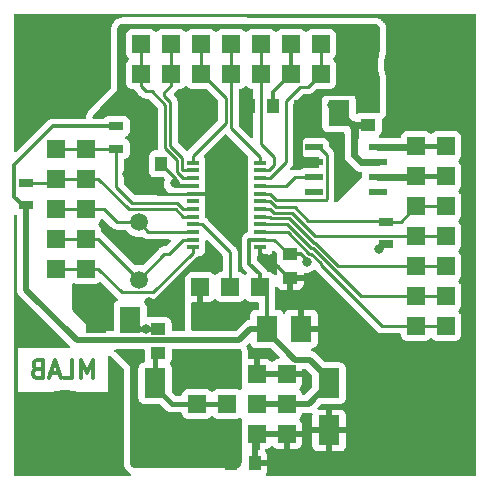
<source format=gbr>
%TF.GenerationSoftware,KiCad,Pcbnew,7.0.5.1-1-g8f565ef7f0-dirty-deb11*%
%TF.CreationDate,2023-07-21T03:30:06+00:00*%
%TF.ProjectId,BRIDGEADC01,42524944-4745-4414-9443-30312e6b6963,rev?*%
%TF.SameCoordinates,Original*%
%TF.FileFunction,Copper,L2,Bot*%
%TF.FilePolarity,Positive*%
%FSLAX46Y46*%
G04 Gerber Fmt 4.6, Leading zero omitted, Abs format (unit mm)*
G04 Created by KiCad (PCBNEW 7.0.5.1-1-g8f565ef7f0-dirty-deb11) date 2023-07-21 03:30:06*
%MOMM*%
%LPD*%
G01*
G04 APERTURE LIST*
%ADD10C,0.300000*%
%TA.AperFunction,NonConductor*%
%ADD11C,0.300000*%
%TD*%
%TA.AperFunction,ComponentPad*%
%ADD12R,1.524000X1.524000*%
%TD*%
%TA.AperFunction,ComponentPad*%
%ADD13C,6.000000*%
%TD*%
%TA.AperFunction,ComponentPad*%
%ADD14C,1.501140*%
%TD*%
%TA.AperFunction,SMDPad,CuDef*%
%ADD15R,1.800000X2.230000*%
%TD*%
%TA.AperFunction,SMDPad,CuDef*%
%ADD16R,1.250000X1.000000*%
%TD*%
%TA.AperFunction,SMDPad,CuDef*%
%ADD17R,1.000000X1.250000*%
%TD*%
%TA.AperFunction,SMDPad,CuDef*%
%ADD18R,1.800860X2.499360*%
%TD*%
%TA.AperFunction,SMDPad,CuDef*%
%ADD19R,1.300000X0.700000*%
%TD*%
%TA.AperFunction,SMDPad,CuDef*%
%ADD20R,1.550000X0.600000*%
%TD*%
%TA.AperFunction,SMDPad,CuDef*%
%ADD21R,1.100000X0.400000*%
%TD*%
%TA.AperFunction,ViaPad*%
%ADD22C,0.800000*%
%TD*%
%TA.AperFunction,Conductor*%
%ADD23C,0.300000*%
%TD*%
%TA.AperFunction,Conductor*%
%ADD24C,0.500000*%
%TD*%
%TA.AperFunction,Conductor*%
%ADD25C,0.250000*%
%TD*%
%TA.AperFunction,Conductor*%
%ADD26C,0.600000*%
%TD*%
%TA.AperFunction,Conductor*%
%ADD27C,0.400000*%
%TD*%
G04 APERTURE END LIST*
D10*
D11*
X127404500Y-105961328D02*
X127404500Y-104461328D01*
X127404500Y-104461328D02*
X126904500Y-105532757D01*
X126904500Y-105532757D02*
X126404500Y-104461328D01*
X126404500Y-104461328D02*
X126404500Y-105961328D01*
X124975928Y-105961328D02*
X125690214Y-105961328D01*
X125690214Y-105961328D02*
X125690214Y-104461328D01*
X124547356Y-105532757D02*
X123833071Y-105532757D01*
X124690213Y-105961328D02*
X124190213Y-104461328D01*
X124190213Y-104461328D02*
X123690213Y-105961328D01*
X122690214Y-105175614D02*
X122475928Y-105247042D01*
X122475928Y-105247042D02*
X122404499Y-105318471D01*
X122404499Y-105318471D02*
X122333071Y-105461328D01*
X122333071Y-105461328D02*
X122333071Y-105675614D01*
X122333071Y-105675614D02*
X122404499Y-105818471D01*
X122404499Y-105818471D02*
X122475928Y-105889900D01*
X122475928Y-105889900D02*
X122618785Y-105961328D01*
X122618785Y-105961328D02*
X123190214Y-105961328D01*
X123190214Y-105961328D02*
X123190214Y-104461328D01*
X123190214Y-104461328D02*
X122690214Y-104461328D01*
X122690214Y-104461328D02*
X122547357Y-104532757D01*
X122547357Y-104532757D02*
X122475928Y-104604185D01*
X122475928Y-104604185D02*
X122404499Y-104747042D01*
X122404499Y-104747042D02*
X122404499Y-104889900D01*
X122404499Y-104889900D02*
X122475928Y-105032757D01*
X122475928Y-105032757D02*
X122547357Y-105104185D01*
X122547357Y-105104185D02*
X122690214Y-105175614D01*
X122690214Y-105175614D02*
X123190214Y-105175614D01*
D12*
%TO.P,J1,1*%
%TO.N,GND*%
X143876000Y-110682000D03*
%TO.P,J1,2*%
X141336000Y-110682000D03*
%TO.P,J1,3*%
%TO.N,VCC*%
X143876000Y-108142000D03*
%TO.P,J1,4*%
X141336000Y-108142000D03*
%TO.P,J1,5*%
%TO.N,GND*%
X143876000Y-105602000D03*
%TO.P,J1,6*%
X141336000Y-105602000D03*
%TD*%
%TO.P,J2,1*%
%TO.N,Net-(J2-Pad1)*%
X154798000Y-88838000D03*
%TO.P,J2,2*%
X157338000Y-88838000D03*
%TD*%
%TO.P,J3,1*%
%TO.N,Net-(J3-Pad1)*%
X154798000Y-86298000D03*
%TO.P,J3,2*%
X157338000Y-86298000D03*
%TD*%
%TO.P,J4,1*%
%TO.N,Net-(J4-Pad1)*%
X131493500Y-77662000D03*
%TO.P,J4,2*%
X131493500Y-80202000D03*
%TD*%
%TO.P,J5,1*%
%TO.N,Net-(J5-Pad1)*%
X134033500Y-77662000D03*
%TO.P,J5,2*%
X134033500Y-80202000D03*
%TD*%
%TO.P,J6,1*%
%TO.N,Net-(J6-Pad1)*%
X136573500Y-77662000D03*
%TO.P,J6,2*%
X136573500Y-80202000D03*
%TD*%
%TO.P,J7,1*%
%TO.N,Net-(J7-Pad1)*%
X139113500Y-80202000D03*
%TO.P,J7,2*%
X139113500Y-77662000D03*
%TD*%
%TO.P,J8,1*%
%TO.N,Net-(J8-Pad1)*%
X146748500Y-80200500D03*
%TO.P,J8,2*%
X146748500Y-77660500D03*
%TD*%
%TO.P,J9,1*%
%TO.N,Net-(J9-Pad1)*%
X141653500Y-80202000D03*
%TO.P,J9,2*%
X141653500Y-77662000D03*
%TD*%
%TO.P,J10,1*%
%TO.N,VCC*%
X141590000Y-98236000D03*
%TO.P,J10,2*%
%TO.N,Net-(J10-Pad2)*%
X139050000Y-98236000D03*
%TO.P,J10,3*%
%TO.N,GND*%
X136510000Y-98236000D03*
%TD*%
%TO.P,J11,1*%
%TO.N,Net-(J11-Pad1)*%
X124318000Y-86552000D03*
%TO.P,J11,2*%
X126858000Y-86552000D03*
%TD*%
%TO.P,J12,1*%
%TO.N,Net-(J12-Pad1)*%
X124318000Y-89092000D03*
%TO.P,J12,2*%
X126858000Y-89092000D03*
%TD*%
%TO.P,J13,1*%
%TO.N,Net-(J13-Pad1)*%
X154798000Y-96458000D03*
%TO.P,J13,2*%
X157338000Y-96458000D03*
%TD*%
%TO.P,J14,1*%
%TO.N,Net-(J14-Pad1)*%
X154798000Y-93918000D03*
%TO.P,J14,2*%
X157338000Y-93918000D03*
%TD*%
%TO.P,J15,1*%
%TO.N,Net-(J15-Pad1)*%
X124318000Y-96712000D03*
%TO.P,J15,2*%
X126858000Y-96712000D03*
%TD*%
%TO.P,J16,1*%
%TO.N,Net-(J16-Pad1)*%
X154798000Y-101538000D03*
%TO.P,J16,2*%
X157338000Y-101538000D03*
%TD*%
%TO.P,J17,1*%
%TO.N,Net-(J17-Pad1)*%
X154798000Y-98998000D03*
%TO.P,J17,2*%
X157338000Y-98998000D03*
%TD*%
%TO.P,J18,1*%
%TO.N,Net-(J18-Pad1)*%
X154798000Y-91378000D03*
%TO.P,J18,2*%
X157338000Y-91378000D03*
%TD*%
%TO.P,J19,1*%
%TO.N,GNDA*%
X136256000Y-105602000D03*
%TO.P,J19,2*%
X138796000Y-105602000D03*
%TO.P,J19,3*%
%TO.N,Net-(D2-Pad1)*%
X136256000Y-108142000D03*
%TO.P,J19,4*%
X138796000Y-108142000D03*
%TO.P,J19,5*%
%TO.N,GNDA*%
X136256000Y-110682000D03*
%TO.P,J19,6*%
X138796000Y-110682000D03*
%TD*%
%TO.P,J20,1*%
%TO.N,Net-(J20-Pad1)*%
X124318000Y-94172000D03*
%TO.P,J20,2*%
X126858000Y-94172000D03*
%TD*%
%TO.P,J21,1*%
%TO.N,Net-(J21-Pad1)*%
X124318000Y-91632000D03*
%TO.P,J21,2*%
X126858000Y-91632000D03*
%TD*%
D13*
%TO.P,M1,1*%
%TO.N,GND*%
X155560000Y-79440000D03*
%TD*%
%TO.P,M2,1*%
%TO.N,GND*%
X155560000Y-109920000D03*
%TD*%
%TO.P,M3,1*%
%TO.N,GND*%
X125080000Y-79440000D03*
%TD*%
%TO.P,M4,1*%
%TO.N,GND*%
X125080000Y-109920000D03*
%TD*%
D14*
%TO.P,Y1,1*%
%TO.N,Net-(J21-Pad1)*%
X131303000Y-92747060D03*
%TO.P,Y1,2*%
%TO.N,Net-(J20-Pad1)*%
X131303000Y-97628940D03*
%TD*%
D12*
%TO.P,J22,1*%
%TO.N,VAA*%
X144208500Y-77660500D03*
%TO.P,J22,2*%
X144208500Y-80200500D03*
%TD*%
%TO.P,J23,1*%
%TO.N,GNDA*%
X149288500Y-77660500D03*
%TO.P,J23,2*%
X149288500Y-80200500D03*
%TD*%
D15*
%TO.P,C1,1*%
%TO.N,VCC*%
X142162000Y-101792000D03*
%TO.P,C1,2*%
%TO.N,GND*%
X145082000Y-101792000D03*
%TD*%
D16*
%TO.P,C2,1*%
%TO.N,VCC*%
X144130000Y-95458000D03*
%TO.P,C2,2*%
%TO.N,GND*%
X144130000Y-97458000D03*
%TD*%
%TO.P,C3,1*%
%TO.N,VAA*%
X150734000Y-84504000D03*
%TO.P,C3,2*%
%TO.N,GNDA*%
X150734000Y-82504000D03*
%TD*%
D17*
%TO.P,C6,1*%
%TO.N,VAA*%
X133192000Y-87822000D03*
%TO.P,C6,2*%
%TO.N,GNDA*%
X131192000Y-87822000D03*
%TD*%
D18*
%TO.P,D1,1*%
%TO.N,VCC*%
X147432000Y-106397020D03*
%TO.P,D1,2*%
%TO.N,GND*%
X147432000Y-110394980D03*
%TD*%
%TO.P,D2,1*%
%TO.N,Net-(D2-Pad1)*%
X132700000Y-106397020D03*
%TO.P,D2,2*%
%TO.N,GNDA*%
X132700000Y-110394980D03*
%TD*%
D17*
%TO.P,L1,1*%
%TO.N,GNDA*%
X139144500Y-113157000D03*
%TO.P,L1,2*%
%TO.N,GND*%
X141144500Y-113157000D03*
%TD*%
D16*
%TO.P,L2,1*%
%TO.N,VAA*%
X132954000Y-101808000D03*
%TO.P,L2,2*%
%TO.N,Net-(D2-Pad1)*%
X132954000Y-103808000D03*
%TD*%
D19*
%TO.P,R1,1*%
%TO.N,VCC*%
X129398000Y-84652000D03*
%TO.P,R1,2*%
%TO.N,Net-(J11-Pad1)*%
X129398000Y-86552000D03*
%TD*%
%TO.P,R2,1*%
%TO.N,VCC*%
X121778000Y-91312000D03*
%TO.P,R2,2*%
%TO.N,Net-(J12-Pad1)*%
X121778000Y-89412000D03*
%TD*%
%TO.P,R3,1*%
%TO.N,VCC*%
X152258000Y-94614000D03*
%TO.P,R3,2*%
%TO.N,Net-(J18-Pad1)*%
X152258000Y-92714000D03*
%TD*%
D20*
%TO.P,U1,1*%
%TO.N,N/C*%
X146129000Y-90235000D03*
%TO.P,U1,2*%
%TO.N,Net-(U1-Pad2)*%
X146129000Y-88965000D03*
%TO.P,U1,3*%
%TO.N,GNDA*%
X146129000Y-87695000D03*
%TO.P,U1,4*%
%TO.N,Net-(U1-Pad4)*%
X146129000Y-86425000D03*
%TO.P,U1,5*%
%TO.N,Net-(J3-Pad1)*%
X151529000Y-86425000D03*
%TO.P,U1,6*%
%TO.N,VAA*%
X151529000Y-87695000D03*
%TO.P,U1,7*%
%TO.N,Net-(J2-Pad1)*%
X151529000Y-88965000D03*
%TO.P,U1,8*%
%TO.N,N/C*%
X151529000Y-90235000D03*
%TD*%
D21*
%TO.P,U2,1*%
%TO.N,Net-(J15-Pad1)*%
X135885001Y-94881534D03*
%TO.P,U2,2*%
%TO.N,Net-(J20-Pad1)*%
X135885001Y-94231534D03*
%TO.P,U2,3*%
%TO.N,Net-(J21-Pad1)*%
X135885001Y-93581534D03*
%TO.P,U2,4*%
%TO.N,Net-(J10-Pad2)*%
X135885001Y-92931534D03*
%TO.P,U2,5*%
%TO.N,Net-(J12-Pad1)*%
X135885001Y-92281534D03*
%TO.P,U2,6*%
%TO.N,Net-(J11-Pad1)*%
X135885001Y-91631534D03*
%TO.P,U2,7*%
%TO.N,N/C*%
X135885001Y-90981534D03*
%TO.P,U2,8*%
%TO.N,GNDA*%
X135885001Y-90331534D03*
%TO.P,U2,9*%
%TO.N,VAA*%
X135885001Y-89681534D03*
%TO.P,U2,10*%
%TO.N,Net-(J4-Pad1)*%
X135885001Y-89031534D03*
%TO.P,U2,11*%
%TO.N,Net-(J5-Pad1)*%
X135885001Y-88381534D03*
%TO.P,U2,12*%
%TO.N,Net-(J6-Pad1)*%
X135885001Y-87731534D03*
%TO.P,U2,13*%
%TO.N,Net-(J7-Pad1)*%
X141585001Y-87731534D03*
%TO.P,U2,14*%
%TO.N,Net-(J9-Pad1)*%
X141585001Y-88381534D03*
%TO.P,U2,15*%
%TO.N,Net-(J8-Pad1)*%
X141585001Y-89031534D03*
%TO.P,U2,16*%
%TO.N,Net-(U1-Pad2)*%
X141585001Y-89681534D03*
%TO.P,U2,17*%
%TO.N,Net-(U1-Pad4)*%
X141585001Y-90331534D03*
%TO.P,U2,18*%
%TO.N,Net-(J18-Pad1)*%
X141585001Y-90981534D03*
%TO.P,U2,19*%
%TO.N,Net-(J14-Pad1)*%
X141585001Y-91631534D03*
%TO.P,U2,20*%
%TO.N,Net-(J13-Pad1)*%
X141585001Y-92281534D03*
%TO.P,U2,21*%
%TO.N,Net-(J17-Pad1)*%
X141585001Y-92931534D03*
%TO.P,U2,22*%
%TO.N,Net-(J16-Pad1)*%
X141585001Y-93581534D03*
%TO.P,U2,23*%
%TO.N,VCC*%
X141585001Y-94231534D03*
%TO.P,U2,24*%
%TO.N,GND*%
X141585001Y-94881534D03*
%TD*%
D15*
%TO.P,C4,1*%
%TO.N,VAA*%
X148257000Y-83504000D03*
%TO.P,C4,2*%
%TO.N,GNDA*%
X145337000Y-83504000D03*
%TD*%
%TO.P,C5,1*%
%TO.N,VAA*%
X130604000Y-101030000D03*
%TO.P,C5,2*%
%TO.N,GNDA*%
X127684000Y-101030000D03*
%TD*%
D17*
%TO.P,C7,1*%
%TO.N,VAA*%
X142668500Y-82931000D03*
%TO.P,C7,2*%
%TO.N,GNDA*%
X140668500Y-82931000D03*
%TD*%
D22*
%TO.N,GND*%
X122047000Y-101282500D03*
%TO.N,VCC*%
X151623000Y-95061000D03*
X145542000Y-96139000D03*
%TO.N,VAA*%
X134351000Y-89472972D03*
X147701000Y-82804000D03*
X131886691Y-101808000D03*
X149542502Y-84582000D03*
%TO.N,GNDA*%
X140447000Y-82869000D03*
X132207000Y-99504500D03*
X130287000Y-88711000D03*
X137731500Y-95885000D03*
X138033998Y-89600000D03*
X128333500Y-98933000D03*
X127684000Y-101030000D03*
X130937000Y-94996000D03*
X132700000Y-110394980D03*
X138669000Y-86298000D03*
X132334000Y-89789000D03*
X139431000Y-93029000D03*
X130873500Y-104219500D03*
X135826500Y-82931000D03*
X150431500Y-82550000D03*
X145337000Y-83504000D03*
%TD*%
D23*
%TO.N,GND*%
X141585001Y-95381534D02*
X141822695Y-95619228D01*
X142166228Y-95619228D02*
X141822695Y-95619228D01*
D24*
X141144500Y-110873500D02*
X141336000Y-110682000D01*
D23*
X144005000Y-97458000D02*
X142166228Y-95619228D01*
X141585001Y-94881534D02*
X141585001Y-95381534D01*
D24*
X141144500Y-113157000D02*
X141144500Y-110873500D01*
D23*
X144130000Y-97458000D02*
X144005000Y-97458000D01*
D24*
%TO.N,VCC*%
X142162000Y-101792000D02*
X140762000Y-101792000D01*
X145687020Y-108142000D02*
X147432000Y-106397020D01*
X144544999Y-104389999D02*
X142162000Y-102007000D01*
D23*
X142162000Y-98808000D02*
X141590000Y-98236000D01*
X145055000Y-95458000D02*
X145542000Y-95945000D01*
X140735001Y-94231534D02*
X140685000Y-94281535D01*
D25*
X142385001Y-94231534D02*
X141585001Y-94231534D01*
D23*
X144130000Y-95458000D02*
X145055000Y-95458000D01*
D24*
X126046001Y-102758001D02*
X121778000Y-98490000D01*
X141336000Y-108142000D02*
X143876000Y-108142000D01*
X142162000Y-102007000D02*
X142162000Y-101792000D01*
D23*
X121478000Y-91312000D02*
X121778000Y-91312000D01*
D24*
X121778000Y-98490000D02*
X121778000Y-92162000D01*
D23*
X141590000Y-97174000D02*
X141590000Y-98236000D01*
D24*
X145774229Y-104389999D02*
X144544999Y-104389999D01*
D23*
X151623000Y-95061000D02*
X151811000Y-95061000D01*
D24*
X147432000Y-106397020D02*
X147432000Y-106047770D01*
X143876000Y-108142000D02*
X145687020Y-108142000D01*
D25*
X141590000Y-98236000D02*
X141590000Y-97224000D01*
D24*
X121778000Y-92162000D02*
X121778000Y-91312000D01*
D25*
X144005000Y-95458000D02*
X142778534Y-94231534D01*
D24*
X147432000Y-106047770D02*
X145774229Y-104389999D01*
D25*
X144130000Y-95458000D02*
X144005000Y-95458000D01*
D23*
X124063998Y-84652000D02*
X120777999Y-87937999D01*
X129398000Y-84652000D02*
X124063998Y-84652000D01*
X140685000Y-94281535D02*
X140685000Y-96269000D01*
X142162000Y-101792000D02*
X142162000Y-98808000D01*
X140685000Y-96269000D02*
X141590000Y-97174000D01*
D24*
X140762000Y-101792000D02*
X139795999Y-102758001D01*
D23*
X120777999Y-90611999D02*
X121478000Y-91312000D01*
X120777999Y-87937999D02*
X120777999Y-90611999D01*
X141585001Y-94231534D02*
X140735001Y-94231534D01*
X151811000Y-95061000D02*
X152258000Y-94614000D01*
X145542000Y-95945000D02*
X145542000Y-96139000D01*
D24*
X139795999Y-102758001D02*
X126046001Y-102758001D01*
D25*
X142778534Y-94231534D02*
X142385001Y-94231534D01*
D26*
%TO.N,VAA*%
X149591000Y-84757500D02*
X148672499Y-83838999D01*
D25*
X133192000Y-87947000D02*
X133192000Y-87822000D01*
D23*
X134351000Y-89472972D02*
X134351000Y-88981000D01*
D26*
X151529000Y-87695000D02*
X150154000Y-87695000D01*
X149542502Y-87083502D02*
X149542502Y-85147685D01*
X150154000Y-87695000D02*
X149542502Y-87083502D01*
X148257000Y-83719000D02*
X148354999Y-83621001D01*
D25*
X135885001Y-89681534D02*
X134926534Y-89681534D01*
D26*
X150734000Y-84504000D02*
X149337500Y-84504000D01*
D23*
X144208500Y-80200500D02*
X144208500Y-77660500D01*
D26*
X148354999Y-83521499D02*
X148354999Y-83457999D01*
X149542502Y-85147685D02*
X149542502Y-84582000D01*
D27*
X131382000Y-101808000D02*
X130604000Y-101030000D01*
D26*
X148672499Y-83838999D02*
X148354999Y-83521499D01*
D23*
X134351000Y-89472972D02*
X134559562Y-89681534D01*
D26*
X148100999Y-83203999D02*
X147701000Y-82804000D01*
D23*
X142668500Y-82931000D02*
X142668500Y-81740500D01*
X134559562Y-89681534D02*
X135885001Y-89681534D01*
D27*
X132954000Y-101808000D02*
X131886691Y-101808000D01*
X131886691Y-101808000D02*
X131382000Y-101808000D01*
D26*
X149591000Y-85536000D02*
X149591000Y-84757500D01*
X150609000Y-84504000D02*
X150734000Y-84504000D01*
X149337500Y-84504000D02*
X148672499Y-83838999D01*
X148354999Y-83457999D02*
X148100999Y-83203999D01*
D23*
X134351000Y-88981000D02*
X133192000Y-87822000D01*
D26*
X148354999Y-83621001D02*
X148354999Y-83521499D01*
D23*
X142668500Y-81740500D02*
X144208500Y-80200500D01*
D24*
%TO.N,GNDA*%
X138796000Y-110682000D02*
X138796000Y-112808500D01*
D26*
X145337000Y-83289000D02*
X146912502Y-81713498D01*
D24*
X137165815Y-95885000D02*
X137731500Y-95885000D01*
D26*
X145337000Y-83504000D02*
X145337000Y-83289000D01*
D23*
X139031001Y-92629001D02*
X139431000Y-93029000D01*
D24*
X127684000Y-99415000D02*
X128166000Y-98933000D01*
X132207000Y-99504500D02*
X132772685Y-99504500D01*
X130937000Y-94996000D02*
X130937000Y-95377000D01*
D26*
X144853999Y-87125001D02*
X145423998Y-87695000D01*
D24*
X130873500Y-108219230D02*
X130873500Y-104219500D01*
D26*
X131176000Y-89838000D02*
X131192000Y-89854000D01*
D24*
X136392185Y-95885000D02*
X137165815Y-95885000D01*
D25*
X135885001Y-90331534D02*
X132876534Y-90331534D01*
D24*
X127684000Y-101030000D02*
X127684000Y-99415000D01*
D26*
X150031501Y-82150001D02*
X150431500Y-82550000D01*
X145423998Y-87695000D02*
X146129000Y-87695000D01*
D24*
X128166000Y-98933000D02*
X128333500Y-98933000D01*
D26*
X150734000Y-82504000D02*
X150477500Y-82504000D01*
X131176000Y-87838000D02*
X131192000Y-87822000D01*
X150477500Y-82504000D02*
X150431500Y-82550000D01*
X145337000Y-85219000D02*
X144853999Y-85702001D01*
X149594998Y-81713498D02*
X150031501Y-82150001D01*
X146912502Y-81713498D02*
X149594998Y-81713498D01*
D23*
X137302464Y-90331534D02*
X137633999Y-89999999D01*
D26*
X144853999Y-85702001D02*
X144853999Y-87125001D01*
X131176000Y-88711000D02*
X131176000Y-87838000D01*
X131176000Y-88711000D02*
X131176000Y-89838000D01*
D23*
X135885001Y-90331534D02*
X137302464Y-90331534D01*
X138033998Y-86933002D02*
X138669000Y-86298000D01*
D24*
X132700000Y-110394980D02*
X132700000Y-110045730D01*
X132700000Y-110045730D02*
X130873500Y-108219230D01*
D25*
X132733999Y-90188999D02*
X132334000Y-89789000D01*
D24*
X138796000Y-112808500D02*
X139144500Y-113157000D01*
D26*
X130287000Y-88711000D02*
X131176000Y-88711000D01*
D23*
X138033998Y-89600000D02*
X138033998Y-86933002D01*
D24*
X132772685Y-99504500D02*
X136392185Y-95885000D01*
D23*
X138033998Y-91631998D02*
X139031001Y-92629001D01*
X137633999Y-89999999D02*
X138033998Y-89600000D01*
X138033998Y-89600000D02*
X138033998Y-91631998D01*
D26*
X145337000Y-83504000D02*
X145337000Y-85219000D01*
D25*
X132876534Y-90331534D02*
X132733999Y-90188999D01*
D27*
%TO.N,Net-(J2-Pad1)*%
X154798000Y-88838000D02*
X157338000Y-88838000D01*
D26*
X154671000Y-88965000D02*
X154798000Y-88838000D01*
X151529000Y-88965000D02*
X154671000Y-88965000D01*
D27*
%TO.N,Net-(J3-Pad1)*%
X154798000Y-86298000D02*
X157338000Y-86298000D01*
D26*
X151529000Y-86425000D02*
X154671000Y-86425000D01*
X154671000Y-86425000D02*
X154798000Y-86298000D01*
D25*
%TO.N,Net-(J4-Pad1)*%
X133540500Y-82804000D02*
X133540500Y-86460498D01*
X131493500Y-80202000D02*
X131493500Y-79190000D01*
X133540500Y-86460498D02*
X134559991Y-87479989D01*
X134559991Y-88506524D02*
X135085001Y-89031534D01*
X135085001Y-89031534D02*
X135885001Y-89031534D01*
X134559991Y-87479989D02*
X134559991Y-88506524D01*
X131493500Y-79190000D02*
X131493500Y-77662000D01*
X131493500Y-80202000D02*
X131493500Y-81214000D01*
X131940500Y-81661000D02*
X132397500Y-81661000D01*
X131493500Y-81214000D02*
X131940500Y-81661000D01*
X132397500Y-81661000D02*
X133540500Y-82804000D01*
%TO.N,Net-(J5-Pad1)*%
X134033500Y-81214000D02*
X133477000Y-81770500D01*
X133990510Y-86274098D02*
X135010000Y-87293588D01*
X134033500Y-79190000D02*
X134033500Y-77662000D01*
X134033500Y-80202000D02*
X134033500Y-81214000D01*
X135010000Y-87293588D02*
X135010000Y-88306533D01*
X135010000Y-88306533D02*
X135085001Y-88381534D01*
X133477000Y-82104090D02*
X133990510Y-82617600D01*
X133990510Y-82617600D02*
X133990510Y-86274098D01*
X134033500Y-80202000D02*
X134033500Y-79190000D01*
X135085001Y-88381534D02*
X135885001Y-88381534D01*
X133477000Y-81770500D02*
X133477000Y-82104090D01*
%TO.N,Net-(J6-Pad1)*%
X138669000Y-82217500D02*
X138669000Y-84393000D01*
X136573500Y-80202000D02*
X136573500Y-77662000D01*
X138669000Y-84393000D02*
X135885001Y-87176999D01*
X135885001Y-87176999D02*
X135885001Y-87731534D01*
X136827500Y-80456000D02*
X136573500Y-80202000D01*
X136573500Y-80202000D02*
X136573500Y-80249000D01*
X136653500Y-80202000D02*
X138669000Y-82217500D01*
X136573500Y-80202000D02*
X136653500Y-80202000D01*
%TO.N,Net-(J7-Pad1)*%
X141585001Y-87281534D02*
X141585001Y-87731534D01*
X139128500Y-81229000D02*
X139128500Y-84825033D01*
X139113500Y-79190000D02*
X139113500Y-77662000D01*
X139113500Y-80202000D02*
X139113500Y-81214000D01*
X139128500Y-84825033D02*
X141585001Y-87281534D01*
X139113500Y-81214000D02*
X139128500Y-81229000D01*
X139113500Y-80202000D02*
X139113500Y-79190000D01*
%TO.N,Net-(J8-Pad1)*%
X146748500Y-80200500D02*
X146748500Y-79188500D01*
X144953497Y-81287501D02*
X145661499Y-81287501D01*
X146748500Y-79188500D02*
X146748500Y-77660500D01*
X143764000Y-87652535D02*
X143764000Y-82476998D01*
X143764000Y-82476998D02*
X144953497Y-81287501D01*
X142385001Y-89031534D02*
X143764000Y-87652535D01*
X141585001Y-89031534D02*
X142385001Y-89031534D01*
X145661499Y-81287501D02*
X146748500Y-80200500D01*
%TO.N,Net-(J9-Pad1)*%
X141585001Y-88381534D02*
X141160011Y-88381534D01*
X141653500Y-80202000D02*
X141653500Y-86154500D01*
X142733000Y-87234000D02*
X142733000Y-87918537D01*
X141160011Y-88381534D02*
X141160011Y-88306544D01*
X141160011Y-88306544D02*
X142344993Y-88306544D01*
X141653500Y-77662000D02*
X141653500Y-78674000D01*
X141653500Y-86154500D02*
X142733000Y-87234000D01*
X142344993Y-88306544D02*
X142733000Y-87918537D01*
X141653500Y-78674000D02*
X141653500Y-80202000D01*
%TO.N,Net-(J10-Pad2)*%
X135885001Y-92931534D02*
X136685001Y-92931534D01*
X136685001Y-92931534D02*
X139050000Y-95296533D01*
X139050000Y-95296533D02*
X139050000Y-97224000D01*
X139050000Y-97224000D02*
X139050000Y-98236000D01*
%TO.N,Net-(J11-Pad1)*%
X129398000Y-87152000D02*
X129398000Y-86552000D01*
X129398000Y-89770002D02*
X129398000Y-87152000D01*
X134577467Y-91124000D02*
X130751998Y-91124000D01*
X128498000Y-86552000D02*
X126858000Y-86552000D01*
X130751998Y-91124000D02*
X129398000Y-89770002D01*
X126858000Y-86552000D02*
X124318000Y-86552000D01*
X135885001Y-91631534D02*
X135085001Y-91631534D01*
X135085001Y-91631534D02*
X134577467Y-91124000D01*
X129398000Y-86552000D02*
X128498000Y-86552000D01*
%TO.N,Net-(J12-Pad1)*%
X126858000Y-89092000D02*
X127870000Y-89092000D01*
X130449489Y-91671489D02*
X134474956Y-91671489D01*
X121778000Y-89412000D02*
X123998000Y-89412000D01*
X123998000Y-89412000D02*
X124318000Y-89092000D01*
X125330000Y-89092000D02*
X126858000Y-89092000D01*
X124318000Y-89092000D02*
X125330000Y-89092000D01*
X134474956Y-91671489D02*
X135085001Y-92281534D01*
X135085001Y-92281534D02*
X135885001Y-92281534D01*
X127870000Y-89092000D02*
X130449489Y-91671489D01*
%TO.N,Net-(J13-Pad1)*%
X141585001Y-92281534D02*
X142385001Y-92281534D01*
X148206824Y-96458000D02*
X153786000Y-96458000D01*
X146262801Y-94513977D02*
X148206824Y-96458000D01*
X153786000Y-96458000D02*
X154798000Y-96458000D01*
X144059846Y-92405022D02*
X146168801Y-94513977D01*
X154798000Y-96458000D02*
X155810000Y-96458000D01*
X142508489Y-92405022D02*
X144059846Y-92405022D01*
X155810000Y-96458000D02*
X157338000Y-96458000D01*
X142385001Y-92281534D02*
X142508489Y-92405022D01*
X146168801Y-94513977D02*
X146262801Y-94513977D01*
%TO.N,Net-(J14-Pad1)*%
X151880998Y-93918000D02*
X151909999Y-93888999D01*
X142398590Y-91631534D02*
X142722067Y-91955011D01*
X144269007Y-91955011D02*
X146231996Y-93918000D01*
X146231996Y-93918000D02*
X151880998Y-93918000D01*
X141585001Y-91631534D02*
X142398590Y-91631534D01*
X153786000Y-93918000D02*
X154798000Y-93918000D01*
X142722067Y-91955011D02*
X144269007Y-91955011D01*
X157338000Y-93918000D02*
X154798000Y-93918000D01*
X153756999Y-93888999D02*
X153786000Y-93918000D01*
X151909999Y-93888999D02*
X153756999Y-93888999D01*
%TO.N,Net-(J15-Pad1)*%
X129862511Y-98704511D02*
X132512024Y-98704511D01*
X135885001Y-95331534D02*
X135885001Y-94881534D01*
X126858000Y-96712000D02*
X127870000Y-96712000D01*
X127870000Y-96712000D02*
X129862511Y-98704511D01*
X132512024Y-98704511D02*
X135885001Y-95331534D01*
X126858000Y-96712000D02*
X124318000Y-96712000D01*
%TO.N,Net-(J16-Pad1)*%
X145751588Y-95413999D02*
X145890001Y-95413999D01*
X141585001Y-93581534D02*
X143919123Y-93581534D01*
X153786000Y-101538000D02*
X154798000Y-101538000D01*
X145890001Y-95413999D02*
X146711501Y-96235499D01*
X143919123Y-93581534D02*
X145751588Y-95413999D01*
X151875589Y-101538000D02*
X153786000Y-101538000D01*
X146711501Y-96235499D02*
X146711501Y-96373912D01*
X154798000Y-101538000D02*
X155810000Y-101538000D01*
X155810000Y-101538000D02*
X157338000Y-101538000D01*
X146711501Y-96373912D02*
X151875589Y-101538000D01*
%TO.N,Net-(J17-Pad1)*%
X142385001Y-92931534D02*
X141585001Y-92931534D01*
X157338000Y-98998000D02*
X154798000Y-98998000D01*
X154798000Y-98998000D02*
X150110413Y-98998000D01*
X143905534Y-92931534D02*
X142385001Y-92931534D01*
X150110413Y-98998000D02*
X146076401Y-94963988D01*
X146076401Y-94963988D02*
X145937988Y-94963988D01*
X145937988Y-94963988D02*
X143905534Y-92931534D01*
%TO.N,Net-(J18-Pad1)*%
X142385001Y-90981534D02*
X141585001Y-90981534D01*
X152512000Y-92648000D02*
X145654000Y-92648000D01*
X145654000Y-92648000D02*
X144511000Y-91505000D01*
X154798000Y-91378000D02*
X154798000Y-91391500D01*
X144511000Y-91505000D02*
X142908467Y-91505000D01*
X155810000Y-91378000D02*
X157338000Y-91378000D01*
X154798000Y-91378000D02*
X155810000Y-91378000D01*
X153475500Y-92714000D02*
X152258000Y-92714000D01*
X142908467Y-91505000D02*
X142385001Y-90981534D01*
X154798000Y-91391500D02*
X153475500Y-92714000D01*
%TO.N,Net-(J20-Pad1)*%
X125330000Y-94172000D02*
X126858000Y-94172000D01*
X135885001Y-94231534D02*
X135085001Y-94231534D01*
X133489940Y-95442000D02*
X131303000Y-97628940D01*
X124318000Y-94172000D02*
X125330000Y-94172000D01*
X131303000Y-97628940D02*
X127846060Y-94172000D01*
X133874535Y-95442000D02*
X133489940Y-95442000D01*
X135085001Y-94231534D02*
X133874535Y-95442000D01*
X127846060Y-94172000D02*
X126858000Y-94172000D01*
%TO.N,Net-(J21-Pad1)*%
X128382000Y-91632000D02*
X126858000Y-91632000D01*
X125846000Y-91632000D02*
X124318000Y-91632000D01*
X135885001Y-93581534D02*
X132137474Y-93581534D01*
X131303000Y-92747060D02*
X129497060Y-92747060D01*
X126858000Y-91632000D02*
X125846000Y-91632000D01*
X129497060Y-92747060D02*
X128382000Y-91632000D01*
X132137474Y-93581534D02*
X131303000Y-92747060D01*
%TO.N,Net-(U1-Pad2)*%
X144511000Y-88965000D02*
X146129000Y-88965000D01*
X143794466Y-89681534D02*
X144511000Y-88965000D01*
X143794466Y-89681534D02*
X141585001Y-89681534D01*
%TO.N,Net-(U1-Pad4)*%
X147229001Y-87050001D02*
X146604000Y-86425000D01*
X142913468Y-90860001D02*
X147164001Y-90860001D01*
X146604000Y-86425000D02*
X146129000Y-86425000D01*
X147229001Y-90795001D02*
X147229001Y-87050001D01*
X142385001Y-90331534D02*
X142913468Y-90860001D01*
X141585001Y-90331534D02*
X142385001Y-90331534D01*
X147164001Y-90860001D02*
X147229001Y-90795001D01*
D27*
%TO.N,Net-(D2-Pad1)*%
X138796000Y-108142000D02*
X136256000Y-108142000D01*
X134095730Y-108142000D02*
X132700000Y-106746270D01*
X136256000Y-108142000D02*
X134095730Y-108142000D01*
X132700000Y-104062000D02*
X132954000Y-103808000D01*
X132700000Y-106397020D02*
X132700000Y-104062000D01*
X132700000Y-106746270D02*
X132700000Y-106397020D01*
%TD*%
%TA.AperFunction,Conductor*%
%TO.N,GND*%
G36*
X120924530Y-92128828D02*
G01*
X120937536Y-92133679D01*
X120994370Y-92176228D01*
X121019178Y-92242750D01*
X121019499Y-92251733D01*
X121019499Y-98425564D01*
X121018169Y-98443821D01*
X121014659Y-98467784D01*
X121014659Y-98467796D01*
X121019260Y-98520372D01*
X121019500Y-98525866D01*
X121019500Y-98534184D01*
X121023242Y-98566199D01*
X121023428Y-98568020D01*
X121030112Y-98644419D01*
X121031596Y-98651606D01*
X121031531Y-98651619D01*
X121033165Y-98658989D01*
X121033229Y-98658975D01*
X121034921Y-98666115D01*
X121040157Y-98680500D01*
X121061175Y-98738247D01*
X121061761Y-98739934D01*
X121085885Y-98812736D01*
X121088987Y-98819388D01*
X121088926Y-98819416D01*
X121092211Y-98826202D01*
X121092270Y-98826173D01*
X121095563Y-98832730D01*
X121137736Y-98896850D01*
X121138717Y-98898390D01*
X121178970Y-98963651D01*
X121178972Y-98963653D01*
X121183522Y-98969408D01*
X121183468Y-98969450D01*
X121188228Y-98975292D01*
X121188279Y-98975250D01*
X121192997Y-98980872D01*
X121192998Y-98980873D01*
X121192999Y-98980874D01*
X121233536Y-99019119D01*
X121248822Y-99033540D01*
X121250136Y-99034817D01*
X125435438Y-103220119D01*
X125469464Y-103282431D01*
X125464399Y-103353246D01*
X125421852Y-103410082D01*
X125355332Y-103434893D01*
X125346343Y-103435214D01*
X121099571Y-103435214D01*
X121099571Y-107130786D01*
X128709429Y-107130786D01*
X128709429Y-104181512D01*
X128729431Y-104113391D01*
X128783087Y-104066898D01*
X128853361Y-104056794D01*
X128917941Y-104086288D01*
X128929562Y-104097757D01*
X128932091Y-104100599D01*
X128932096Y-104100605D01*
X129973441Y-105114902D01*
X130004416Y-105145072D01*
X130039257Y-105206931D01*
X130042500Y-105235332D01*
X130042500Y-113105744D01*
X130043048Y-113122533D01*
X130044681Y-113147497D01*
X130044681Y-113147504D01*
X130046328Y-113164232D01*
X130046334Y-113164287D01*
X130063958Y-113298151D01*
X130070515Y-113331120D01*
X130070517Y-113331127D01*
X130087723Y-113395345D01*
X130087736Y-113395391D01*
X130098533Y-113427197D01*
X130098536Y-113427206D01*
X130098538Y-113427210D01*
X130098539Y-113427212D01*
X130148661Y-113548219D01*
X130163525Y-113578358D01*
X130163528Y-113578364D01*
X130163529Y-113578365D01*
X130196787Y-113635969D01*
X130215467Y-113663925D01*
X130295198Y-113767831D01*
X130317364Y-113793106D01*
X130317375Y-113793117D01*
X130317389Y-113793132D01*
X130364366Y-113840109D01*
X130364380Y-113840122D01*
X130364393Y-113840135D01*
X130389668Y-113862301D01*
X130493574Y-113942032D01*
X130521530Y-113960712D01*
X130579134Y-113993970D01*
X130604530Y-114006494D01*
X130656779Y-114054563D01*
X130674745Y-114123249D01*
X130652725Y-114190744D01*
X130597710Y-114235620D01*
X130548801Y-114245500D01*
X120880500Y-114245500D01*
X120812379Y-114225498D01*
X120765886Y-114171842D01*
X120754500Y-114119500D01*
X120754500Y-92246884D01*
X120774502Y-92178763D01*
X120828158Y-92132270D01*
X120898432Y-92122166D01*
X120924530Y-92128828D01*
G37*
%TD.AperFunction*%
%TA.AperFunction,Conductor*%
G36*
X159827621Y-75134502D02*
G01*
X159874114Y-75188158D01*
X159885500Y-75240500D01*
X159885500Y-114119500D01*
X159865498Y-114187621D01*
X159811842Y-114234114D01*
X159759500Y-114245500D01*
X142183815Y-114245500D01*
X142115694Y-114225498D01*
X142069201Y-114171842D01*
X142059097Y-114101568D01*
X142082948Y-114043990D01*
X142094943Y-114027965D01*
X142094944Y-114027964D01*
X142145994Y-113891093D01*
X142152499Y-113830597D01*
X142152500Y-113830585D01*
X142152500Y-113411000D01*
X141016500Y-113411000D01*
X140948379Y-113390998D01*
X140901886Y-113337342D01*
X140890500Y-113285000D01*
X140890500Y-112078000D01*
X140910502Y-112009879D01*
X140964158Y-111963386D01*
X141016500Y-111952000D01*
X141082000Y-111952000D01*
X141082000Y-111046805D01*
X141140960Y-111087004D01*
X141269002Y-111126500D01*
X141369312Y-111126500D01*
X141468499Y-111111550D01*
X141589224Y-111053412D01*
X141590000Y-111052691D01*
X141590000Y-111898000D01*
X141569998Y-111966121D01*
X141516342Y-112012614D01*
X141464000Y-112024000D01*
X141398500Y-112024000D01*
X141398500Y-112903000D01*
X142152500Y-112903000D01*
X142152500Y-112483414D01*
X142152499Y-112483402D01*
X142145994Y-112422906D01*
X142094944Y-112286035D01*
X142094944Y-112286034D01*
X142007402Y-112169093D01*
X142005404Y-112167095D01*
X142004049Y-112164614D01*
X142002004Y-112161882D01*
X142002396Y-112161587D01*
X141971378Y-112104783D01*
X141976443Y-112033968D01*
X142018990Y-111977132D01*
X142085510Y-111952321D01*
X142094499Y-111952000D01*
X142146585Y-111952000D01*
X142146597Y-111951999D01*
X142207093Y-111945494D01*
X142343964Y-111894444D01*
X142343965Y-111894444D01*
X142460904Y-111806904D01*
X142505132Y-111747823D01*
X142561968Y-111705276D01*
X142632783Y-111700212D01*
X142695096Y-111734237D01*
X142706868Y-111747823D01*
X142751095Y-111806904D01*
X142868034Y-111894444D01*
X143004906Y-111945494D01*
X143065402Y-111951999D01*
X143065415Y-111952000D01*
X143622000Y-111952000D01*
X143622000Y-111046805D01*
X143680960Y-111087004D01*
X143809002Y-111126500D01*
X143909312Y-111126500D01*
X144008499Y-111111550D01*
X144129224Y-111053412D01*
X144130000Y-111052691D01*
X144130000Y-111952000D01*
X144686585Y-111952000D01*
X144686597Y-111951999D01*
X144747093Y-111945494D01*
X144883964Y-111894444D01*
X144883965Y-111894444D01*
X145000904Y-111806904D01*
X145088444Y-111689965D01*
X145088444Y-111689964D01*
X145139494Y-111553093D01*
X145145999Y-111492597D01*
X145146000Y-111492585D01*
X145146000Y-110936000D01*
X144242618Y-110936000D01*
X144294447Y-110846228D01*
X144324264Y-110715593D01*
X144319272Y-110648980D01*
X146023570Y-110648980D01*
X146023570Y-111693257D01*
X146030075Y-111753753D01*
X146081125Y-111890624D01*
X146081125Y-111890625D01*
X146168665Y-112007564D01*
X146285604Y-112095104D01*
X146422476Y-112146154D01*
X146482972Y-112152659D01*
X146482985Y-112152660D01*
X147178000Y-112152660D01*
X147178000Y-110648980D01*
X147686000Y-110648980D01*
X147686000Y-112152660D01*
X148381015Y-112152660D01*
X148381027Y-112152659D01*
X148441523Y-112146154D01*
X148578394Y-112095104D01*
X148578395Y-112095104D01*
X148695334Y-112007564D01*
X148782874Y-111890625D01*
X148782874Y-111890624D01*
X148833924Y-111753753D01*
X148840429Y-111693257D01*
X148840430Y-111693245D01*
X148840430Y-110648980D01*
X147686000Y-110648980D01*
X147178000Y-110648980D01*
X146023570Y-110648980D01*
X144319272Y-110648980D01*
X144314251Y-110581972D01*
X144265297Y-110457240D01*
X144241979Y-110428000D01*
X145146000Y-110428000D01*
X145146000Y-109871414D01*
X145145999Y-109871402D01*
X145139494Y-109810906D01*
X145088444Y-109674035D01*
X145088444Y-109674034D01*
X145000904Y-109557095D01*
X144942240Y-109513180D01*
X144899693Y-109456344D01*
X144894629Y-109385528D01*
X144928654Y-109323216D01*
X144942240Y-109311444D01*
X145001261Y-109267261D01*
X145088887Y-109150207D01*
X145088887Y-109150206D01*
X145088889Y-109150204D01*
X145139989Y-109013201D01*
X145139997Y-109013120D01*
X145140008Y-109013029D01*
X145140058Y-109012906D01*
X145141803Y-109005526D01*
X145142998Y-109005808D01*
X145167179Y-108947437D01*
X145225498Y-108906947D01*
X145265286Y-108900500D01*
X145622579Y-108900500D01*
X145640839Y-108901830D01*
X145645735Y-108902547D01*
X145664809Y-108905341D01*
X145698166Y-108902422D01*
X145717405Y-108900740D01*
X145722898Y-108900500D01*
X145731195Y-108900500D01*
X145731200Y-108900500D01*
X145753250Y-108897922D01*
X145763202Y-108896759D01*
X145765005Y-108896574D01*
X145841446Y-108889887D01*
X145841450Y-108889885D01*
X145848638Y-108888402D01*
X145848651Y-108888468D01*
X145856007Y-108886836D01*
X145855992Y-108886771D01*
X145863123Y-108885080D01*
X145863133Y-108885079D01*
X145865438Y-108884239D01*
X145867125Y-108884132D01*
X145870275Y-108883386D01*
X145870402Y-108883924D01*
X145936288Y-108879733D01*
X145998331Y-108914248D01*
X146031864Y-108976826D01*
X146031161Y-109031612D01*
X146030075Y-109036206D01*
X146023570Y-109096702D01*
X146023570Y-110140980D01*
X147178000Y-110140980D01*
X147178000Y-108637300D01*
X147686000Y-108637300D01*
X147686000Y-110140980D01*
X148840430Y-110140980D01*
X148840430Y-109096714D01*
X148840429Y-109096702D01*
X148833924Y-109036206D01*
X148782874Y-108899335D01*
X148782874Y-108899334D01*
X148695334Y-108782395D01*
X148578395Y-108694855D01*
X148441523Y-108643805D01*
X148381027Y-108637300D01*
X147686000Y-108637300D01*
X147178000Y-108637300D01*
X146568591Y-108637300D01*
X146500470Y-108617298D01*
X146453977Y-108563642D01*
X146443873Y-108493368D01*
X146473367Y-108428788D01*
X146479496Y-108422204D01*
X146709597Y-108192104D01*
X146771909Y-108158079D01*
X146798692Y-108155200D01*
X148381062Y-108155200D01*
X148381068Y-108155200D01*
X148381075Y-108155199D01*
X148381079Y-108155199D01*
X148441626Y-108148690D01*
X148441629Y-108148689D01*
X148441631Y-108148689D01*
X148578634Y-108097589D01*
X148695691Y-108009961D01*
X148783319Y-107892904D01*
X148834419Y-107755901D01*
X148840930Y-107695338D01*
X148840930Y-105098702D01*
X148838143Y-105072774D01*
X148834420Y-105038143D01*
X148834418Y-105038135D01*
X148783319Y-104901137D01*
X148783317Y-104901132D01*
X148695691Y-104784078D01*
X148578637Y-104696452D01*
X148578632Y-104696450D01*
X148441634Y-104645351D01*
X148441626Y-104645349D01*
X148381079Y-104638840D01*
X148381068Y-104638840D01*
X147147941Y-104638840D01*
X147079820Y-104618838D01*
X147058846Y-104601935D01*
X146356137Y-103899226D01*
X146344165Y-103885374D01*
X146329698Y-103865941D01*
X146329696Y-103865939D01*
X146289253Y-103832002D01*
X146285199Y-103828288D01*
X146279333Y-103822422D01*
X146279330Y-103822419D01*
X146269784Y-103814870D01*
X146254039Y-103802420D01*
X146252621Y-103801265D01*
X146193864Y-103751963D01*
X146187735Y-103747932D01*
X146187770Y-103747877D01*
X146181416Y-103743828D01*
X146181382Y-103743885D01*
X146175135Y-103740032D01*
X146105604Y-103707608D01*
X146103971Y-103706818D01*
X146035417Y-103672390D01*
X146035415Y-103672389D01*
X146035412Y-103672388D01*
X146028518Y-103669879D01*
X146028540Y-103669816D01*
X146021418Y-103667340D01*
X146021398Y-103667403D01*
X146014432Y-103665094D01*
X146010513Y-103664285D01*
X146008079Y-103662989D01*
X146007466Y-103662786D01*
X146007500Y-103662681D01*
X145947847Y-103630917D01*
X145913169Y-103568965D01*
X145917489Y-103498100D01*
X145959436Y-103440821D01*
X146025692Y-103415312D01*
X146029286Y-103415069D01*
X146030603Y-103414998D01*
X146091093Y-103408494D01*
X146227964Y-103357444D01*
X146227965Y-103357444D01*
X146344904Y-103269904D01*
X146432444Y-103152965D01*
X146432444Y-103152964D01*
X146483494Y-103016093D01*
X146489999Y-102955597D01*
X146490000Y-102955585D01*
X146490000Y-102046000D01*
X144954000Y-102046000D01*
X144885879Y-102025998D01*
X144839386Y-101972342D01*
X144828000Y-101920000D01*
X144828000Y-100169000D01*
X145336000Y-100169000D01*
X145336000Y-101538000D01*
X146490000Y-101538000D01*
X146490000Y-100628414D01*
X146489999Y-100628402D01*
X146483494Y-100567906D01*
X146432444Y-100431035D01*
X146432444Y-100431034D01*
X146344904Y-100314095D01*
X146227965Y-100226555D01*
X146091093Y-100175505D01*
X146030597Y-100169000D01*
X145336000Y-100169000D01*
X144828000Y-100169000D01*
X144133402Y-100169000D01*
X144072906Y-100175505D01*
X143936035Y-100226555D01*
X143936034Y-100226555D01*
X143819095Y-100314095D01*
X143726153Y-100438252D01*
X143724488Y-100437006D01*
X143682660Y-100478826D01*
X143613285Y-100493910D01*
X143546767Y-100469092D01*
X143519229Y-100437306D01*
X143518290Y-100438010D01*
X143425261Y-100313738D01*
X143308207Y-100226112D01*
X143308202Y-100226110D01*
X143171204Y-100175011D01*
X143171196Y-100175009D01*
X143110649Y-100168500D01*
X143110638Y-100168500D01*
X142946500Y-100168500D01*
X142878379Y-100148498D01*
X142831886Y-100094842D01*
X142820500Y-100042500D01*
X142820500Y-99219719D01*
X142828445Y-99175685D01*
X142853989Y-99107201D01*
X142853990Y-99107196D01*
X142860499Y-99046649D01*
X142860500Y-99046632D01*
X142860500Y-98323305D01*
X142880502Y-98255184D01*
X142934158Y-98208691D01*
X143004432Y-98198587D01*
X143069012Y-98228081D01*
X143087368Y-98247796D01*
X143142095Y-98320904D01*
X143259034Y-98408444D01*
X143395906Y-98459494D01*
X143456402Y-98465999D01*
X143456415Y-98466000D01*
X143876000Y-98466000D01*
X143876000Y-97712000D01*
X144384000Y-97712000D01*
X144384000Y-98466000D01*
X144803585Y-98466000D01*
X144803597Y-98465999D01*
X144864093Y-98459494D01*
X145000964Y-98408444D01*
X145000965Y-98408444D01*
X145117904Y-98320904D01*
X145205444Y-98203965D01*
X145205444Y-98203964D01*
X145256494Y-98067093D01*
X145262999Y-98006597D01*
X145263000Y-98006585D01*
X145263000Y-97712000D01*
X144384000Y-97712000D01*
X143876000Y-97712000D01*
X143876000Y-97330000D01*
X143896002Y-97261879D01*
X143949658Y-97215386D01*
X144002000Y-97204000D01*
X145263000Y-97204000D01*
X145263000Y-97164089D01*
X145283002Y-97095968D01*
X145336658Y-97049475D01*
X145406932Y-97039371D01*
X145415170Y-97040838D01*
X145446513Y-97047500D01*
X145446515Y-97047500D01*
X145637487Y-97047500D01*
X145824288Y-97007794D01*
X145998752Y-96930118D01*
X146127762Y-96836386D01*
X146194625Y-96812530D01*
X146263777Y-96828610D01*
X146290914Y-96849229D01*
X151368342Y-101926657D01*
X151378309Y-101939097D01*
X151378536Y-101938910D01*
X151383588Y-101945017D01*
X151433977Y-101992335D01*
X151435366Y-101993681D01*
X151441186Y-101999501D01*
X151455815Y-102014131D01*
X151461357Y-102018430D01*
X151465870Y-102022285D01*
X151500268Y-102054586D01*
X151500269Y-102054586D01*
X151500271Y-102054588D01*
X151518018Y-102064344D01*
X151534548Y-102075202D01*
X151550548Y-102087613D01*
X151581725Y-102101104D01*
X151593840Y-102106347D01*
X151599174Y-102108959D01*
X151640529Y-102131695D01*
X151660151Y-102136733D01*
X151678852Y-102143135D01*
X151691403Y-102148567D01*
X151697441Y-102151180D01*
X151697442Y-102151180D01*
X151697444Y-102151181D01*
X151744066Y-102158564D01*
X151749851Y-102159763D01*
X151795559Y-102171500D01*
X151815813Y-102171500D01*
X151835523Y-102173051D01*
X151837730Y-102173400D01*
X151855532Y-102176220D01*
X151889459Y-102173012D01*
X151902506Y-102171780D01*
X151908439Y-102171500D01*
X153401500Y-102171500D01*
X153469621Y-102191502D01*
X153516114Y-102245158D01*
X153527500Y-102297500D01*
X153527500Y-102348649D01*
X153534009Y-102409196D01*
X153534011Y-102409204D01*
X153585110Y-102546202D01*
X153585112Y-102546207D01*
X153672738Y-102663261D01*
X153789792Y-102750887D01*
X153789794Y-102750888D01*
X153789796Y-102750889D01*
X153848875Y-102772924D01*
X153926795Y-102801988D01*
X153926803Y-102801990D01*
X153987350Y-102808499D01*
X153987355Y-102808499D01*
X153987362Y-102808500D01*
X153987368Y-102808500D01*
X155608632Y-102808500D01*
X155608638Y-102808500D01*
X155608645Y-102808499D01*
X155608649Y-102808499D01*
X155669196Y-102801990D01*
X155669199Y-102801989D01*
X155669201Y-102801989D01*
X155806204Y-102750889D01*
X155923261Y-102663261D01*
X155967130Y-102604657D01*
X156023968Y-102562110D01*
X156094784Y-102557046D01*
X156157096Y-102591071D01*
X156168868Y-102604657D01*
X156212738Y-102663261D01*
X156329792Y-102750887D01*
X156329794Y-102750888D01*
X156329796Y-102750889D01*
X156388875Y-102772924D01*
X156466795Y-102801988D01*
X156466803Y-102801990D01*
X156527350Y-102808499D01*
X156527355Y-102808499D01*
X156527362Y-102808500D01*
X156527368Y-102808500D01*
X158148632Y-102808500D01*
X158148638Y-102808500D01*
X158148645Y-102808499D01*
X158148649Y-102808499D01*
X158209196Y-102801990D01*
X158209199Y-102801989D01*
X158209201Y-102801989D01*
X158346204Y-102750889D01*
X158463261Y-102663261D01*
X158550889Y-102546204D01*
X158601989Y-102409201D01*
X158608500Y-102348638D01*
X158608500Y-100727362D01*
X158607173Y-100715018D01*
X158601990Y-100666803D01*
X158601988Y-100666795D01*
X158565065Y-100567803D01*
X158550889Y-100529796D01*
X158550888Y-100529794D01*
X158550887Y-100529792D01*
X158463261Y-100412738D01*
X158404657Y-100368868D01*
X158362110Y-100312032D01*
X158357046Y-100241216D01*
X158391071Y-100178904D01*
X158404657Y-100167132D01*
X158463261Y-100123261D01*
X158550887Y-100006207D01*
X158550887Y-100006206D01*
X158550889Y-100006204D01*
X158601989Y-99869201D01*
X158604420Y-99846595D01*
X158608499Y-99808649D01*
X158608500Y-99808632D01*
X158608500Y-98187367D01*
X158608499Y-98187350D01*
X158601990Y-98126803D01*
X158601988Y-98126795D01*
X158558887Y-98011240D01*
X158550889Y-97989796D01*
X158550888Y-97989794D01*
X158550887Y-97989792D01*
X158463261Y-97872738D01*
X158404657Y-97828868D01*
X158362110Y-97772032D01*
X158357046Y-97701216D01*
X158391071Y-97638904D01*
X158404657Y-97627132D01*
X158463261Y-97583261D01*
X158550887Y-97466207D01*
X158550887Y-97466206D01*
X158550889Y-97466204D01*
X158601989Y-97329201D01*
X158604420Y-97306595D01*
X158608499Y-97268649D01*
X158608500Y-97268632D01*
X158608500Y-95647367D01*
X158608499Y-95647350D01*
X158601990Y-95586803D01*
X158601988Y-95586795D01*
X158569283Y-95499111D01*
X158550889Y-95449796D01*
X158550888Y-95449794D01*
X158550887Y-95449792D01*
X158463261Y-95332738D01*
X158404657Y-95288868D01*
X158362110Y-95232032D01*
X158357046Y-95161216D01*
X158391071Y-95098904D01*
X158404657Y-95087132D01*
X158463261Y-95043261D01*
X158550887Y-94926207D01*
X158550887Y-94926206D01*
X158550889Y-94926204D01*
X158601989Y-94789201D01*
X158604420Y-94766595D01*
X158608499Y-94728649D01*
X158608500Y-94728632D01*
X158608500Y-93107367D01*
X158608499Y-93107350D01*
X158601990Y-93046803D01*
X158601988Y-93046795D01*
X158550889Y-92909797D01*
X158550887Y-92909792D01*
X158463261Y-92792738D01*
X158404657Y-92748868D01*
X158362110Y-92692032D01*
X158357046Y-92621216D01*
X158391071Y-92558904D01*
X158404657Y-92547132D01*
X158463261Y-92503261D01*
X158550887Y-92386207D01*
X158550887Y-92386206D01*
X158550889Y-92386204D01*
X158601989Y-92249201D01*
X158602239Y-92246884D01*
X158608499Y-92188649D01*
X158608500Y-92188632D01*
X158608500Y-90567367D01*
X158608499Y-90567350D01*
X158601990Y-90506803D01*
X158601988Y-90506795D01*
X158557971Y-90388784D01*
X158550889Y-90369796D01*
X158550888Y-90369794D01*
X158550887Y-90369792D01*
X158463261Y-90252738D01*
X158404657Y-90208868D01*
X158362110Y-90152032D01*
X158357046Y-90081216D01*
X158391071Y-90018904D01*
X158404657Y-90007132D01*
X158463261Y-89963261D01*
X158550887Y-89846207D01*
X158550887Y-89846206D01*
X158550889Y-89846204D01*
X158601989Y-89709201D01*
X158608500Y-89648638D01*
X158608500Y-88027362D01*
X158608000Y-88022711D01*
X158601990Y-87966803D01*
X158601988Y-87966795D01*
X158550889Y-87829797D01*
X158550887Y-87829792D01*
X158463261Y-87712738D01*
X158404657Y-87668868D01*
X158362110Y-87612032D01*
X158357046Y-87541216D01*
X158391071Y-87478904D01*
X158404657Y-87467132D01*
X158463261Y-87423261D01*
X158550887Y-87306207D01*
X158550887Y-87306206D01*
X158550889Y-87306204D01*
X158601989Y-87169201D01*
X158608500Y-87108638D01*
X158608500Y-85487362D01*
X158605009Y-85454889D01*
X158601990Y-85426803D01*
X158601988Y-85426795D01*
X158550889Y-85289797D01*
X158550887Y-85289792D01*
X158463261Y-85172738D01*
X158346207Y-85085112D01*
X158346202Y-85085110D01*
X158209204Y-85034011D01*
X158209196Y-85034009D01*
X158148649Y-85027500D01*
X158148638Y-85027500D01*
X156527362Y-85027500D01*
X156527350Y-85027500D01*
X156466803Y-85034009D01*
X156466795Y-85034011D01*
X156329797Y-85085110D01*
X156329792Y-85085112D01*
X156212738Y-85172739D01*
X156168867Y-85231343D01*
X156112031Y-85273889D01*
X156041216Y-85278953D01*
X155978904Y-85244928D01*
X155967133Y-85231343D01*
X155923261Y-85172739D01*
X155806207Y-85085112D01*
X155806202Y-85085110D01*
X155669204Y-85034011D01*
X155669196Y-85034009D01*
X155608649Y-85027500D01*
X155608638Y-85027500D01*
X153987362Y-85027500D01*
X153987350Y-85027500D01*
X153926803Y-85034009D01*
X153926795Y-85034011D01*
X153789797Y-85085110D01*
X153789792Y-85085112D01*
X153672738Y-85172738D01*
X153585112Y-85289792D01*
X153585110Y-85289797D01*
X153534011Y-85426795D01*
X153534009Y-85426803D01*
X153527500Y-85487350D01*
X153527500Y-85490500D01*
X153507498Y-85558621D01*
X153453842Y-85605114D01*
X153401500Y-85616500D01*
X151767886Y-85616500D01*
X151699765Y-85596498D01*
X151653272Y-85542842D01*
X151643168Y-85472568D01*
X151672662Y-85407988D01*
X151692377Y-85389632D01*
X151722261Y-85367261D01*
X151809887Y-85250207D01*
X151809887Y-85250206D01*
X151809889Y-85250204D01*
X151860989Y-85113201D01*
X151867500Y-85052638D01*
X151867500Y-84105626D01*
X151887502Y-84037506D01*
X151925380Y-83999629D01*
X152027612Y-83933929D01*
X152080011Y-83888525D01*
X152081101Y-83887630D01*
X152081270Y-83887435D01*
X152176982Y-83776976D01*
X152237698Y-83644027D01*
X152257700Y-83575906D01*
X152278500Y-83431237D01*
X152278500Y-80730351D01*
X152278500Y-80730350D01*
X152278500Y-80730342D01*
X152274719Y-80686452D01*
X152270939Y-80642555D01*
X152263573Y-80600107D01*
X152241116Y-80514907D01*
X152220170Y-80456371D01*
X152218375Y-80450452D01*
X152136623Y-80124080D01*
X152135421Y-80118032D01*
X152086059Y-79785258D01*
X152085453Y-79779103D01*
X152081726Y-79703249D01*
X152068943Y-79443075D01*
X152068943Y-79436928D01*
X152085453Y-79100895D01*
X152086059Y-79094741D01*
X152135420Y-78761968D01*
X152136621Y-78755923D01*
X152218371Y-78429556D01*
X152220166Y-78423641D01*
X152241117Y-78365091D01*
X152263576Y-78279879D01*
X152270941Y-78237431D01*
X152271780Y-78227677D01*
X152278500Y-78149655D01*
X152278500Y-76448904D01*
X152278500Y-76448884D01*
X152277951Y-76432098D01*
X152276314Y-76407105D01*
X152274668Y-76390382D01*
X152257058Y-76256572D01*
X152250504Y-76223611D01*
X152233304Y-76159392D01*
X152229417Y-76147937D01*
X152222513Y-76127587D01*
X152222505Y-76127567D01*
X152172430Y-76006614D01*
X152172427Y-76006608D01*
X152157572Y-75976471D01*
X152124338Y-75918879D01*
X152105672Y-75890929D01*
X152094695Y-75876616D01*
X152026007Y-75787049D01*
X152025996Y-75787036D01*
X152003871Y-75761791D01*
X152003867Y-75761787D01*
X151956868Y-75714755D01*
X151931624Y-75692599D01*
X151931593Y-75692573D01*
X151827780Y-75612852D01*
X151827763Y-75612839D01*
X151799823Y-75594154D01*
X151742270Y-75560894D01*
X151712148Y-75546021D01*
X151712145Y-75546020D01*
X151677299Y-75531566D01*
X151591208Y-75495855D01*
X151559379Y-75485032D01*
X151543328Y-75480722D01*
X151495178Y-75467794D01*
X151495169Y-75467792D01*
X151462225Y-75461219D01*
X151351283Y-75446544D01*
X151328419Y-75443520D01*
X151328411Y-75443519D01*
X151328402Y-75443518D01*
X151311673Y-75441861D01*
X151286689Y-75440210D01*
X151269958Y-75439652D01*
X151269932Y-75439652D01*
X151076819Y-75439524D01*
X129972092Y-75425557D01*
X129972075Y-75425557D01*
X129955254Y-75426098D01*
X129955242Y-75426098D01*
X129930218Y-75427726D01*
X129913564Y-75429357D01*
X129913528Y-75429361D01*
X129913525Y-75429362D01*
X129894978Y-75431792D01*
X129779581Y-75446915D01*
X129779570Y-75446917D01*
X129779571Y-75446917D01*
X129746567Y-75453464D01*
X129725539Y-75459087D01*
X129682269Y-75470659D01*
X129650429Y-75481452D01*
X129650406Y-75481460D01*
X129529303Y-75531566D01*
X129499148Y-75546424D01*
X129441484Y-75579691D01*
X129441478Y-75579694D01*
X129413531Y-75598356D01*
X129413514Y-75598369D01*
X129309543Y-75678108D01*
X129309521Y-75678126D01*
X129284245Y-75700282D01*
X129284212Y-75700313D01*
X129237193Y-75747315D01*
X129237167Y-75747343D01*
X129214980Y-75772637D01*
X129214967Y-75772652D01*
X129135189Y-75876604D01*
X129135180Y-75876616D01*
X129116503Y-75904566D01*
X129116490Y-75904587D01*
X129083230Y-75962191D01*
X129083225Y-75962201D01*
X129068342Y-75992385D01*
X129018203Y-76113461D01*
X129018193Y-76113488D01*
X129007383Y-76145347D01*
X128990178Y-76209601D01*
X128990174Y-76209617D01*
X128983616Y-76242623D01*
X128966021Y-76376548D01*
X128966013Y-76376614D01*
X128964372Y-76393336D01*
X128964367Y-76393388D01*
X128962741Y-76418348D01*
X128962739Y-76418380D01*
X128962198Y-76435106D01*
X128962198Y-76435145D01*
X128963848Y-81308668D01*
X128943869Y-81376796D01*
X128930155Y-81394475D01*
X127033773Y-83435520D01*
X127027892Y-83442078D01*
X127022044Y-83448710D01*
X127022040Y-83448716D01*
X126943026Y-83571659D01*
X126943021Y-83571668D01*
X126913993Y-83635230D01*
X126913625Y-83635997D01*
X126913527Y-83636247D01*
X126872349Y-83776489D01*
X126872349Y-83867500D01*
X126852347Y-83935621D01*
X126798691Y-83982114D01*
X126746349Y-83993500D01*
X124150609Y-83993500D01*
X124134377Y-83991708D01*
X124134354Y-83991958D01*
X124126461Y-83991211D01*
X124054640Y-83993469D01*
X124052661Y-83993500D01*
X124022566Y-83993500D01*
X124015220Y-83994427D01*
X124009307Y-83994893D01*
X123960170Y-83996437D01*
X123960168Y-83996437D01*
X123960167Y-83996438D01*
X123939569Y-84002421D01*
X123920219Y-84006428D01*
X123898938Y-84009116D01*
X123898933Y-84009118D01*
X123853212Y-84027219D01*
X123847597Y-84029141D01*
X123800404Y-84042852D01*
X123800396Y-84042855D01*
X123781939Y-84053771D01*
X123764191Y-84062466D01*
X123744241Y-84070365D01*
X123744242Y-84070365D01*
X123744237Y-84070368D01*
X123704459Y-84099268D01*
X123699508Y-84102520D01*
X123665287Y-84122759D01*
X123657189Y-84127549D01*
X123642027Y-84142711D01*
X123627000Y-84155545D01*
X123609644Y-84168156D01*
X123609641Y-84168158D01*
X123578292Y-84206051D01*
X123574296Y-84210442D01*
X120969594Y-86815143D01*
X120907282Y-86849169D01*
X120836467Y-86844104D01*
X120779631Y-86801557D01*
X120754820Y-86735037D01*
X120754500Y-86726076D01*
X120754500Y-75240499D01*
X120774502Y-75172379D01*
X120828158Y-75125886D01*
X120880500Y-75114500D01*
X159759500Y-75114500D01*
X159827621Y-75134502D01*
G37*
%TD.AperFunction*%
%TA.AperFunction,Conductor*%
G36*
X143457553Y-110517772D02*
G01*
X143427736Y-110648407D01*
X143437749Y-110782028D01*
X143486703Y-110906760D01*
X143510021Y-110936000D01*
X141702618Y-110936000D01*
X141754447Y-110846228D01*
X141784264Y-110715593D01*
X141774251Y-110581972D01*
X141725297Y-110457240D01*
X141701979Y-110428000D01*
X143509382Y-110428000D01*
X143457553Y-110517772D01*
G37*
%TD.AperFunction*%
%TA.AperFunction,Conductor*%
G36*
X145475979Y-105168501D02*
G01*
X145496953Y-105185404D01*
X145986165Y-105674616D01*
X146020191Y-105736928D01*
X146023070Y-105763711D01*
X146023070Y-106681079D01*
X146003068Y-106749200D01*
X145986165Y-106770174D01*
X145409744Y-107346595D01*
X145347432Y-107380621D01*
X145320649Y-107383500D01*
X145265286Y-107383500D01*
X145197165Y-107363498D01*
X145150672Y-107309842D01*
X145142050Y-107278415D01*
X145141803Y-107278474D01*
X145140164Y-107271542D01*
X145140008Y-107270971D01*
X145139989Y-107270802D01*
X145139988Y-107270795D01*
X145088889Y-107133797D01*
X145088887Y-107133792D01*
X145018943Y-107040360D01*
X145001261Y-107016739D01*
X145001260Y-107016738D01*
X144942239Y-106972554D01*
X144899693Y-106915718D01*
X144894629Y-106844902D01*
X144928654Y-106782591D01*
X144942241Y-106770818D01*
X145000904Y-106726903D01*
X145088444Y-106609965D01*
X145088444Y-106609964D01*
X145139494Y-106473093D01*
X145145999Y-106412597D01*
X145146000Y-106412585D01*
X145146000Y-105856000D01*
X144242618Y-105856000D01*
X144294447Y-105766228D01*
X144324264Y-105635593D01*
X144314251Y-105501972D01*
X144265297Y-105377240D01*
X144241979Y-105348000D01*
X145146000Y-105348000D01*
X145146000Y-105274499D01*
X145166002Y-105206378D01*
X145219658Y-105159885D01*
X145272000Y-105148499D01*
X145407858Y-105148499D01*
X145475979Y-105168501D01*
G37*
%TD.AperFunction*%
%TA.AperFunction,Conductor*%
G36*
X143457553Y-105437772D02*
G01*
X143427736Y-105568407D01*
X143437749Y-105702028D01*
X143486703Y-105826760D01*
X143510021Y-105856000D01*
X141702618Y-105856000D01*
X141754447Y-105766228D01*
X141784264Y-105635593D01*
X141774251Y-105501972D01*
X141725297Y-105377240D01*
X141701979Y-105348000D01*
X143509382Y-105348000D01*
X143457553Y-105437772D01*
G37*
%TD.AperFunction*%
%TA.AperFunction,Conductor*%
G36*
X140713881Y-103016964D02*
G01*
X140770717Y-103059511D01*
X140787904Y-103090986D01*
X140811111Y-103153204D01*
X140811112Y-103153207D01*
X140898738Y-103270261D01*
X141015792Y-103357887D01*
X141015794Y-103357888D01*
X141015796Y-103357889D01*
X141074875Y-103379924D01*
X141152795Y-103408988D01*
X141152803Y-103408990D01*
X141213350Y-103415499D01*
X141213355Y-103415499D01*
X141213362Y-103415500D01*
X142445629Y-103415500D01*
X142513750Y-103435502D01*
X142534724Y-103452405D01*
X143199224Y-104116905D01*
X143233250Y-104179217D01*
X143228185Y-104250032D01*
X143185638Y-104306868D01*
X143119118Y-104331679D01*
X143110129Y-104332000D01*
X143065402Y-104332000D01*
X143004906Y-104338505D01*
X142868035Y-104389555D01*
X142868034Y-104389555D01*
X142751097Y-104477094D01*
X142706868Y-104536177D01*
X142650031Y-104578723D01*
X142579216Y-104583787D01*
X142516904Y-104549762D01*
X142505132Y-104536177D01*
X142460902Y-104477094D01*
X142343965Y-104389555D01*
X142207093Y-104338505D01*
X142146597Y-104332000D01*
X141590000Y-104332000D01*
X141590000Y-105237194D01*
X141531040Y-105196996D01*
X141402998Y-105157500D01*
X141302688Y-105157500D01*
X141203501Y-105172450D01*
X141082776Y-105230588D01*
X141082000Y-105231308D01*
X141082000Y-104332000D01*
X140657000Y-104332000D01*
X140588879Y-104311998D01*
X140542386Y-104258342D01*
X140531000Y-104206000D01*
X140531000Y-103637526D01*
X140530998Y-103637510D01*
X140530143Y-103630917D01*
X140514027Y-103506592D01*
X140497643Y-103444460D01*
X140447843Y-103322178D01*
X140447840Y-103322175D01*
X140443660Y-103314916D01*
X140426992Y-103245904D01*
X140450280Y-103178836D01*
X140463742Y-103162937D01*
X140580756Y-103045923D01*
X140643066Y-103011899D01*
X140713881Y-103016964D01*
G37*
%TD.AperFunction*%
%TA.AperFunction,Conductor*%
G36*
X136314960Y-98641004D02*
G01*
X136443002Y-98680500D01*
X136543312Y-98680500D01*
X136642499Y-98665550D01*
X136763224Y-98607412D01*
X136764000Y-98606691D01*
X136764000Y-99506000D01*
X137320585Y-99506000D01*
X137320597Y-99505999D01*
X137381093Y-99499494D01*
X137517964Y-99448444D01*
X137517965Y-99448444D01*
X137634903Y-99360904D01*
X137678818Y-99302241D01*
X137735654Y-99259694D01*
X137806469Y-99254628D01*
X137868782Y-99288653D01*
X137880554Y-99302239D01*
X137924738Y-99361260D01*
X138041792Y-99448887D01*
X138041794Y-99448888D01*
X138041796Y-99448889D01*
X138100875Y-99470924D01*
X138178795Y-99499988D01*
X138178803Y-99499990D01*
X138239350Y-99506499D01*
X138239355Y-99506499D01*
X138239362Y-99506500D01*
X138239368Y-99506500D01*
X139860632Y-99506500D01*
X139860638Y-99506500D01*
X139860645Y-99506499D01*
X139860649Y-99506499D01*
X139921196Y-99499990D01*
X139921199Y-99499989D01*
X139921201Y-99499989D01*
X140058204Y-99448889D01*
X140058799Y-99448444D01*
X140175261Y-99361261D01*
X140219132Y-99302657D01*
X140275968Y-99260110D01*
X140346784Y-99255046D01*
X140409096Y-99289071D01*
X140420868Y-99302657D01*
X140464738Y-99361261D01*
X140581792Y-99448887D01*
X140581794Y-99448888D01*
X140581796Y-99448889D01*
X140640875Y-99470924D01*
X140718795Y-99499988D01*
X140718803Y-99499990D01*
X140779350Y-99506499D01*
X140779355Y-99506499D01*
X140779362Y-99506500D01*
X141377500Y-99506500D01*
X141445621Y-99526502D01*
X141492114Y-99580158D01*
X141503500Y-99632500D01*
X141503500Y-100042500D01*
X141483498Y-100110621D01*
X141429842Y-100157114D01*
X141377500Y-100168500D01*
X141213350Y-100168500D01*
X141152803Y-100175009D01*
X141152795Y-100175011D01*
X141015797Y-100226110D01*
X141015792Y-100226112D01*
X140898738Y-100313738D01*
X140811112Y-100430792D01*
X140811110Y-100430797D01*
X140760011Y-100567795D01*
X140760009Y-100567803D01*
X140753500Y-100628350D01*
X140753500Y-100915888D01*
X140733498Y-100984009D01*
X140679842Y-101030502D01*
X140638483Y-101041408D01*
X140607575Y-101044112D01*
X140600389Y-101045596D01*
X140600376Y-101045533D01*
X140593003Y-101047168D01*
X140593018Y-101047231D01*
X140585881Y-101048922D01*
X140513773Y-101075166D01*
X140512045Y-101075767D01*
X140465685Y-101091129D01*
X140439262Y-101099886D01*
X140439260Y-101099886D01*
X140439260Y-101099887D01*
X140432612Y-101102987D01*
X140432583Y-101102926D01*
X140425792Y-101106214D01*
X140425822Y-101106273D01*
X140419269Y-101109563D01*
X140355154Y-101151732D01*
X140353609Y-101152716D01*
X140288351Y-101192968D01*
X140282588Y-101197525D01*
X140282547Y-101197473D01*
X140276704Y-101202233D01*
X140276746Y-101202283D01*
X140271128Y-101206997D01*
X140218475Y-101262804D01*
X140217199Y-101264118D01*
X139518723Y-101962596D01*
X139456410Y-101996621D01*
X139429627Y-101999501D01*
X135894500Y-101999501D01*
X135826379Y-101979499D01*
X135779886Y-101925843D01*
X135768500Y-101873501D01*
X135768500Y-99632000D01*
X135788502Y-99563879D01*
X135842158Y-99517386D01*
X135894500Y-99506000D01*
X136256000Y-99506000D01*
X136256000Y-98600805D01*
X136314960Y-98641004D01*
G37*
%TD.AperFunction*%
%TA.AperFunction,Conductor*%
G36*
X141727122Y-94960036D02*
G01*
X141773615Y-95013692D01*
X141785001Y-95066034D01*
X141785001Y-95589534D01*
X142183586Y-95589534D01*
X142183598Y-95589533D01*
X142244094Y-95583028D01*
X142380965Y-95531978D01*
X142380966Y-95531978D01*
X142497905Y-95444438D01*
X142585445Y-95327499D01*
X142623731Y-95224849D01*
X142666277Y-95168013D01*
X142732797Y-95143202D01*
X142802172Y-95158293D01*
X142830878Y-95179782D01*
X142959597Y-95308501D01*
X142993620Y-95370809D01*
X142996500Y-95397593D01*
X142996500Y-96006649D01*
X143003009Y-96067196D01*
X143003011Y-96067204D01*
X143054110Y-96204202D01*
X143054112Y-96204207D01*
X143141738Y-96321261D01*
X143190073Y-96357444D01*
X143232620Y-96414280D01*
X143237684Y-96485096D01*
X143203659Y-96547408D01*
X143190074Y-96559180D01*
X143142094Y-96595097D01*
X143054555Y-96712034D01*
X143054555Y-96712035D01*
X143003505Y-96848906D01*
X142997000Y-96909402D01*
X142997000Y-97108528D01*
X142976998Y-97176649D01*
X142923342Y-97223142D01*
X142853068Y-97233246D01*
X142788488Y-97203752D01*
X142770132Y-97184037D01*
X142715261Y-97110738D01*
X142598207Y-97023112D01*
X142598202Y-97023110D01*
X142461204Y-96972011D01*
X142461196Y-96972009D01*
X142400649Y-96965500D01*
X142400638Y-96965500D01*
X142303600Y-96965500D01*
X142235479Y-96945498D01*
X142195148Y-96903642D01*
X142188230Y-96891945D01*
X142179528Y-96874182D01*
X142171635Y-96854244D01*
X142142731Y-96814461D01*
X142139471Y-96809498D01*
X142125934Y-96786609D01*
X142114452Y-96767193D01*
X142114451Y-96767192D01*
X142114450Y-96767190D01*
X142099291Y-96752031D01*
X142086450Y-96736998D01*
X142073841Y-96719643D01*
X142035959Y-96688304D01*
X142031566Y-96684307D01*
X141380404Y-96033144D01*
X141346379Y-95970832D01*
X141343500Y-95944049D01*
X141343500Y-95683226D01*
X141363502Y-95615105D01*
X141380405Y-95594131D01*
X141385001Y-95589535D01*
X141385001Y-95066034D01*
X141405003Y-94997913D01*
X141458659Y-94951420D01*
X141511001Y-94940034D01*
X141659001Y-94940034D01*
X141727122Y-94960036D01*
G37*
%TD.AperFunction*%
%TD*%
%TA.AperFunction,Conductor*%
%TO.N,GNDA*%
G36*
X131762621Y-103536503D02*
G01*
X131809114Y-103590159D01*
X131820500Y-103642501D01*
X131820500Y-104356649D01*
X131827009Y-104417196D01*
X131827010Y-104417197D01*
X131827010Y-104417199D01*
X131827011Y-104417201D01*
X131846875Y-104470457D01*
X131851940Y-104541273D01*
X131817915Y-104603585D01*
X131755602Y-104637610D01*
X131742289Y-104639768D01*
X131690372Y-104645350D01*
X131690365Y-104645351D01*
X131553367Y-104696450D01*
X131553362Y-104696452D01*
X131436308Y-104784078D01*
X131348682Y-104901132D01*
X131348680Y-104901137D01*
X131297581Y-105038135D01*
X131297579Y-105038143D01*
X131291070Y-105098690D01*
X131291070Y-107695349D01*
X131297579Y-107755896D01*
X131297581Y-107755904D01*
X131348680Y-107892902D01*
X131348682Y-107892907D01*
X131436308Y-108009961D01*
X131553362Y-108097587D01*
X131553364Y-108097588D01*
X131553366Y-108097589D01*
X131612445Y-108119624D01*
X131690365Y-108148688D01*
X131690373Y-108148690D01*
X131750920Y-108155199D01*
X131750925Y-108155199D01*
X131750932Y-108155200D01*
X133054770Y-108155200D01*
X133122891Y-108175202D01*
X133143865Y-108192105D01*
X133578263Y-108626503D01*
X133580849Y-108629249D01*
X133622457Y-108676215D01*
X133674078Y-108711846D01*
X133677125Y-108714088D01*
X133726504Y-108752775D01*
X133735800Y-108756958D01*
X133755665Y-108768163D01*
X133764050Y-108773951D01*
X133764052Y-108773952D01*
X133764055Y-108773954D01*
X133784654Y-108781766D01*
X133822697Y-108796194D01*
X133826215Y-108797651D01*
X133883399Y-108823388D01*
X133893426Y-108825225D01*
X133915392Y-108831347D01*
X133924929Y-108834965D01*
X133987203Y-108842525D01*
X133990946Y-108843095D01*
X134052637Y-108854401D01*
X134115232Y-108850614D01*
X134119032Y-108850500D01*
X134861339Y-108850500D01*
X134929460Y-108870502D01*
X134975953Y-108924158D01*
X134986617Y-108963032D01*
X134992009Y-109013196D01*
X134992011Y-109013204D01*
X135043110Y-109150202D01*
X135043112Y-109150207D01*
X135130738Y-109267261D01*
X135247792Y-109354887D01*
X135247794Y-109354888D01*
X135247796Y-109354889D01*
X135306875Y-109376924D01*
X135384795Y-109405988D01*
X135384803Y-109405990D01*
X135445350Y-109412499D01*
X135445355Y-109412499D01*
X135445362Y-109412500D01*
X135445368Y-109412500D01*
X137066632Y-109412500D01*
X137066638Y-109412500D01*
X137066645Y-109412499D01*
X137066649Y-109412499D01*
X137127196Y-109405990D01*
X137127199Y-109405989D01*
X137127201Y-109405989D01*
X137264204Y-109354889D01*
X137288979Y-109336343D01*
X137381261Y-109267261D01*
X137425132Y-109208657D01*
X137481968Y-109166110D01*
X137552784Y-109161046D01*
X137615096Y-109195071D01*
X137626868Y-109208657D01*
X137670738Y-109267261D01*
X137787792Y-109354887D01*
X137787794Y-109354888D01*
X137787796Y-109354889D01*
X137846875Y-109376924D01*
X137924795Y-109405988D01*
X137924803Y-109405990D01*
X137985350Y-109412499D01*
X137985355Y-109412499D01*
X137985362Y-109412500D01*
X137985368Y-109412500D01*
X139606632Y-109412500D01*
X139606638Y-109412500D01*
X139606645Y-109412499D01*
X139606649Y-109412499D01*
X139667196Y-109405990D01*
X139667199Y-109405989D01*
X139667201Y-109405989D01*
X139804204Y-109354889D01*
X139815989Y-109346066D01*
X139882507Y-109321254D01*
X139951882Y-109336343D01*
X140002085Y-109386544D01*
X140017500Y-109446933D01*
X140017500Y-113097367D01*
X140016960Y-113105599D01*
X140002628Y-113214463D01*
X139994115Y-113246234D01*
X139956861Y-113336173D01*
X139940414Y-113364660D01*
X139881150Y-113441893D01*
X139857893Y-113465150D01*
X139780660Y-113524414D01*
X139752173Y-113540861D01*
X139662234Y-113578115D01*
X139630463Y-113586628D01*
X139521599Y-113600960D01*
X139513367Y-113601500D01*
X131060133Y-113601500D01*
X131051901Y-113600960D01*
X130943037Y-113586628D01*
X130911265Y-113578115D01*
X130821326Y-113540861D01*
X130792839Y-113524414D01*
X130715606Y-113465150D01*
X130692349Y-113441893D01*
X130633085Y-113364660D01*
X130616638Y-113336173D01*
X130579384Y-113246234D01*
X130570871Y-113214461D01*
X130556538Y-113105590D01*
X130556000Y-113097367D01*
X130556000Y-105176475D01*
X130556000Y-105176471D01*
X130556000Y-104965500D01*
X129290387Y-103732760D01*
X129255547Y-103670902D01*
X129259679Y-103600026D01*
X129301474Y-103542635D01*
X129367663Y-103516951D01*
X129378304Y-103516501D01*
X131694500Y-103516501D01*
X131762621Y-103536503D01*
G37*
%TD.AperFunction*%
%TA.AperFunction,Conductor*%
G36*
X139950124Y-103525993D02*
G01*
X140001116Y-103575392D01*
X140017500Y-103637524D01*
X140017500Y-106837066D01*
X139997498Y-106905187D01*
X139943842Y-106951680D01*
X139873568Y-106961784D01*
X139815991Y-106937934D01*
X139804207Y-106929112D01*
X139804202Y-106929110D01*
X139667204Y-106878011D01*
X139667196Y-106878009D01*
X139606649Y-106871500D01*
X139606638Y-106871500D01*
X137985362Y-106871500D01*
X137985350Y-106871500D01*
X137924803Y-106878009D01*
X137924795Y-106878011D01*
X137787797Y-106929110D01*
X137787792Y-106929112D01*
X137670738Y-107016739D01*
X137626867Y-107075343D01*
X137570031Y-107117889D01*
X137499216Y-107122953D01*
X137436904Y-107088928D01*
X137425133Y-107075343D01*
X137381261Y-107016739D01*
X137264207Y-106929112D01*
X137264202Y-106929110D01*
X137127204Y-106878011D01*
X137127196Y-106878009D01*
X137066649Y-106871500D01*
X137066638Y-106871500D01*
X135445362Y-106871500D01*
X135445350Y-106871500D01*
X135384803Y-106878009D01*
X135384795Y-106878011D01*
X135247797Y-106929110D01*
X135247792Y-106929112D01*
X135130738Y-107016738D01*
X135043112Y-107133792D01*
X135043110Y-107133797D01*
X134992011Y-107270795D01*
X134992009Y-107270803D01*
X134986617Y-107320968D01*
X134959448Y-107386560D01*
X134901131Y-107427052D01*
X134861339Y-107433500D01*
X134441390Y-107433500D01*
X134373269Y-107413498D01*
X134352295Y-107396595D01*
X134145835Y-107190135D01*
X134111809Y-107127823D01*
X134108930Y-107101040D01*
X134108930Y-105098707D01*
X134108929Y-105098690D01*
X134102420Y-105038143D01*
X134102418Y-105038135D01*
X134051319Y-104901137D01*
X134051317Y-104901132D01*
X133967274Y-104788865D01*
X133942463Y-104722345D01*
X133957554Y-104652971D01*
X133967266Y-104637857D01*
X134029889Y-104554204D01*
X134080989Y-104417201D01*
X134080989Y-104417199D01*
X134080990Y-104417196D01*
X134087499Y-104356649D01*
X134087500Y-104356632D01*
X134087500Y-103642501D01*
X134107502Y-103574380D01*
X134161158Y-103527887D01*
X134213500Y-103516501D01*
X139731558Y-103516501D01*
X139749818Y-103517831D01*
X139754714Y-103518548D01*
X139773788Y-103521342D01*
X139807145Y-103518423D01*
X139826384Y-103516741D01*
X139831877Y-103516501D01*
X139840174Y-103516501D01*
X139840179Y-103516501D01*
X139865754Y-103513511D01*
X139872180Y-103512760D01*
X139873984Y-103512575D01*
X139880520Y-103512003D01*
X139950124Y-103525993D01*
G37*
%TD.AperFunction*%
%TA.AperFunction,Conductor*%
G36*
X128098146Y-97843268D02*
G01*
X128126856Y-97864761D01*
X129355266Y-99093171D01*
X129365231Y-99105608D01*
X129365458Y-99105421D01*
X129370510Y-99111528D01*
X129420883Y-99158831D01*
X129422272Y-99160177D01*
X129432076Y-99169981D01*
X129442735Y-99180641D01*
X129442739Y-99180644D01*
X129442741Y-99180646D01*
X129448293Y-99184953D01*
X129452780Y-99188784D01*
X129474363Y-99209052D01*
X129487188Y-99221096D01*
X129487190Y-99221097D01*
X129497801Y-99226930D01*
X129547863Y-99277272D01*
X129562760Y-99346688D01*
X129537764Y-99413139D01*
X129481143Y-99455402D01*
X129457797Y-99464110D01*
X129457792Y-99464112D01*
X129340738Y-99551738D01*
X129253112Y-99668792D01*
X129253110Y-99668797D01*
X129202011Y-99805795D01*
X129202009Y-99805803D01*
X129195500Y-99866350D01*
X129195500Y-101873501D01*
X129175498Y-101941622D01*
X129121842Y-101988115D01*
X129069500Y-101999501D01*
X127562131Y-101999501D01*
X127494010Y-101979499D01*
X127474215Y-101963761D01*
X125820639Y-100353134D01*
X125815033Y-100346895D01*
X125746112Y-100259086D01*
X125729138Y-100230273D01*
X125690667Y-100139098D01*
X125681870Y-100106834D01*
X125667058Y-99996192D01*
X125666500Y-99987823D01*
X125666500Y-98037163D01*
X125686502Y-97969042D01*
X125740158Y-97922549D01*
X125810432Y-97912445D01*
X125841022Y-97922626D01*
X125841353Y-97921740D01*
X125986795Y-97975988D01*
X125986803Y-97975990D01*
X126047350Y-97982499D01*
X126047355Y-97982499D01*
X126047362Y-97982500D01*
X126047368Y-97982500D01*
X127668632Y-97982500D01*
X127668638Y-97982500D01*
X127668645Y-97982499D01*
X127668649Y-97982499D01*
X127729196Y-97975990D01*
X127729199Y-97975989D01*
X127729201Y-97975989D01*
X127866204Y-97924889D01*
X127962253Y-97852987D01*
X128028771Y-97828177D01*
X128098146Y-97843268D01*
G37*
%TD.AperFunction*%
%TA.AperFunction,Conductor*%
G36*
X137152013Y-94294904D02*
G01*
X137158596Y-94301033D01*
X138379595Y-95522032D01*
X138413621Y-95584344D01*
X138416500Y-95611127D01*
X138416500Y-96839500D01*
X138396498Y-96907621D01*
X138342842Y-96954114D01*
X138290500Y-96965500D01*
X138239350Y-96965500D01*
X138178803Y-96972009D01*
X138178795Y-96972011D01*
X138041797Y-97023110D01*
X138041792Y-97023112D01*
X137924738Y-97110738D01*
X137881867Y-97168009D01*
X137825032Y-97210556D01*
X137780999Y-97218500D01*
X137779001Y-97218500D01*
X137710880Y-97198498D01*
X137678133Y-97168009D01*
X137635261Y-97110738D01*
X137518207Y-97023112D01*
X137518202Y-97023110D01*
X137381204Y-96972011D01*
X137381196Y-96972009D01*
X137320649Y-96965500D01*
X137320638Y-96965500D01*
X135699362Y-96965500D01*
X135699350Y-96965500D01*
X135638803Y-96972009D01*
X135638795Y-96972011D01*
X135501797Y-97023110D01*
X135501792Y-97023112D01*
X135384738Y-97110738D01*
X135304068Y-97218500D01*
X135255000Y-97218500D01*
X135255000Y-97340695D01*
X135246011Y-97364795D01*
X135246009Y-97364803D01*
X135239500Y-97425350D01*
X135239500Y-99046649D01*
X135246009Y-99107195D01*
X135246010Y-99107200D01*
X135246011Y-99107201D01*
X135247054Y-99109999D01*
X135255000Y-99154033D01*
X135255000Y-101906486D01*
X135251769Y-101927204D01*
X135204641Y-101980302D01*
X135137787Y-101999501D01*
X134213500Y-101999501D01*
X134145379Y-101979499D01*
X134098886Y-101925843D01*
X134087500Y-101873501D01*
X134087500Y-101259367D01*
X134087499Y-101259350D01*
X134080990Y-101198803D01*
X134080988Y-101198795D01*
X134029889Y-101061797D01*
X134029887Y-101061792D01*
X133942261Y-100944738D01*
X133825207Y-100857112D01*
X133825202Y-100857110D01*
X133688204Y-100806011D01*
X133688196Y-100806009D01*
X133627649Y-100799500D01*
X133627638Y-100799500D01*
X132280362Y-100799500D01*
X132280350Y-100799500D01*
X132219803Y-100806009D01*
X132219802Y-100806010D01*
X132219799Y-100806010D01*
X132219799Y-100806011D01*
X132182531Y-100819911D01*
X132111717Y-100824976D01*
X132049405Y-100790951D01*
X132015380Y-100728638D01*
X132012500Y-100701855D01*
X132012500Y-99866367D01*
X132012499Y-99866350D01*
X132005990Y-99805803D01*
X132005988Y-99805795D01*
X131954889Y-99668797D01*
X131954887Y-99668792D01*
X131861861Y-99544525D01*
X131863339Y-99543418D01*
X131834603Y-99490794D01*
X131839668Y-99419979D01*
X131882215Y-99363143D01*
X131948735Y-99338332D01*
X131957724Y-99338011D01*
X132428171Y-99338011D01*
X132444012Y-99339760D01*
X132444040Y-99339467D01*
X132451925Y-99340211D01*
X132451933Y-99340213D01*
X132513232Y-99338286D01*
X132521000Y-99338042D01*
X132522979Y-99338011D01*
X132551875Y-99338011D01*
X132551880Y-99338011D01*
X132558842Y-99337130D01*
X132564743Y-99336665D01*
X132611913Y-99335184D01*
X132631371Y-99329530D01*
X132650718Y-99325524D01*
X132670821Y-99322985D01*
X132714703Y-99305610D01*
X132720298Y-99303694D01*
X132748840Y-99295402D01*
X132765615Y-99290530D01*
X132765619Y-99290528D01*
X132783050Y-99280219D01*
X132800804Y-99271520D01*
X132819641Y-99264063D01*
X132857810Y-99236329D01*
X132862768Y-99233073D01*
X132903386Y-99209053D01*
X132917709Y-99194729D01*
X132932748Y-99181885D01*
X132949131Y-99169983D01*
X132979217Y-99133614D01*
X132983185Y-99129252D01*
X136273661Y-95838777D01*
X136286099Y-95828814D01*
X136285911Y-95828587D01*
X136292017Y-95823535D01*
X136292016Y-95823535D01*
X136292019Y-95823534D01*
X136339338Y-95773142D01*
X136340652Y-95771786D01*
X136361136Y-95751304D01*
X136365446Y-95745746D01*
X136369275Y-95741263D01*
X136401587Y-95706855D01*
X136411347Y-95689099D01*
X136422196Y-95672584D01*
X136434615Y-95656575D01*
X136434617Y-95656568D01*
X136438655Y-95649745D01*
X136440597Y-95650894D01*
X136478648Y-95605145D01*
X136535432Y-95584465D01*
X136544202Y-95583523D01*
X136681205Y-95532423D01*
X136798262Y-95444795D01*
X136858357Y-95364518D01*
X136885888Y-95327741D01*
X136885888Y-95327740D01*
X136885890Y-95327738D01*
X136936990Y-95190735D01*
X136938123Y-95180204D01*
X136943500Y-95130183D01*
X136943501Y-95130166D01*
X136943501Y-94632901D01*
X136943500Y-94632886D01*
X136936739Y-94569999D01*
X136936739Y-94543059D01*
X136936988Y-94540739D01*
X136936990Y-94540735D01*
X136943501Y-94480172D01*
X136943501Y-94390127D01*
X136963503Y-94322007D01*
X137017159Y-94275514D01*
X137087433Y-94265410D01*
X137152013Y-94294904D01*
G37*
%TD.AperFunction*%
%TA.AperFunction,Conductor*%
G36*
X138726766Y-85335304D02*
G01*
X138771828Y-85364265D01*
X140556405Y-87148842D01*
X140590431Y-87211154D01*
X140585366Y-87281969D01*
X140585365Y-87281970D01*
X140533012Y-87422329D01*
X140533010Y-87422337D01*
X140526501Y-87482884D01*
X140526501Y-87980183D01*
X140533262Y-88043066D01*
X140533262Y-88070002D01*
X140526501Y-88132884D01*
X140526501Y-88234801D01*
X140524269Y-88258413D01*
X140522736Y-88266446D01*
X140522736Y-88266448D01*
X140522736Y-88266450D01*
X140523673Y-88281350D01*
X140525284Y-88306959D01*
X140523303Y-88338461D01*
X140522737Y-88341429D01*
X140522736Y-88341439D01*
X140522736Y-88341440D01*
X140526377Y-88399325D01*
X140526501Y-88403257D01*
X140526501Y-88630183D01*
X140533262Y-88693065D01*
X140533262Y-88720001D01*
X140526501Y-88782884D01*
X140526501Y-89280183D01*
X140533262Y-89343065D01*
X140533262Y-89370001D01*
X140526501Y-89432884D01*
X140526501Y-89930183D01*
X140533262Y-89993065D01*
X140533262Y-90020001D01*
X140526501Y-90082884D01*
X140526501Y-90580183D01*
X140533262Y-90643066D01*
X140533262Y-90670002D01*
X140526501Y-90732884D01*
X140526501Y-91230183D01*
X140533262Y-91293065D01*
X140533262Y-91320001D01*
X140526501Y-91382884D01*
X140526501Y-91880183D01*
X140533262Y-91943065D01*
X140533262Y-91970001D01*
X140526501Y-92032884D01*
X140526501Y-92530183D01*
X140533262Y-92593066D01*
X140533262Y-92620002D01*
X140526501Y-92682884D01*
X140526501Y-93180183D01*
X140533262Y-93243066D01*
X140533262Y-93270002D01*
X140526501Y-93332884D01*
X140526501Y-93517933D01*
X140506499Y-93586054D01*
X140464636Y-93626389D01*
X140452939Y-93633306D01*
X140435192Y-93642000D01*
X140415249Y-93649896D01*
X140415246Y-93649898D01*
X140375471Y-93678796D01*
X140370509Y-93682055D01*
X140328195Y-93707079D01*
X140320028Y-93715247D01*
X140313021Y-93722253D01*
X140297995Y-93735086D01*
X140280645Y-93747691D01*
X140280643Y-93747693D01*
X140264608Y-93767075D01*
X140261991Y-93770043D01*
X140212718Y-93822512D01*
X140211342Y-93823932D01*
X140190071Y-93845203D01*
X140185527Y-93851060D01*
X140181678Y-93855566D01*
X140148029Y-93891400D01*
X140148027Y-93891402D01*
X140137691Y-93910202D01*
X140126843Y-93926715D01*
X140113699Y-93943661D01*
X140113694Y-93943670D01*
X140094172Y-93988782D01*
X140091560Y-93994112D01*
X140067877Y-94037195D01*
X140067873Y-94037205D01*
X140062541Y-94057971D01*
X140056139Y-94076671D01*
X140047620Y-94096355D01*
X140047619Y-94096359D01*
X140039928Y-94144919D01*
X140038724Y-94150732D01*
X140026500Y-94198345D01*
X140026500Y-94219793D01*
X140024949Y-94239502D01*
X140021594Y-94260685D01*
X140021594Y-94260687D01*
X140026220Y-94309629D01*
X140026500Y-94315562D01*
X140026500Y-96182389D01*
X140024708Y-96198620D01*
X140024958Y-96198644D01*
X140024211Y-96206536D01*
X140026469Y-96278358D01*
X140026500Y-96280337D01*
X140026500Y-96310430D01*
X140027427Y-96317776D01*
X140027893Y-96323690D01*
X140029437Y-96372829D01*
X140029438Y-96372832D01*
X140035421Y-96393429D01*
X140039428Y-96412780D01*
X140042117Y-96434060D01*
X140042117Y-96434062D01*
X140060216Y-96479778D01*
X140062139Y-96485394D01*
X140075853Y-96532597D01*
X140075853Y-96532598D01*
X140086771Y-96551058D01*
X140095468Y-96568811D01*
X140103364Y-96588755D01*
X140103367Y-96588760D01*
X140121352Y-96613513D01*
X140132265Y-96628532D01*
X140135521Y-96633490D01*
X140160547Y-96675807D01*
X140175714Y-96690974D01*
X140188552Y-96706005D01*
X140201158Y-96723356D01*
X140239040Y-96754695D01*
X140243421Y-96758681D01*
X140368148Y-96883408D01*
X140443508Y-96958768D01*
X140477534Y-97021080D01*
X140472469Y-97091895D01*
X140455282Y-97123371D01*
X140421868Y-97168008D01*
X140365033Y-97210555D01*
X140320999Y-97218500D01*
X140319001Y-97218500D01*
X140250880Y-97198498D01*
X140218133Y-97168009D01*
X140175261Y-97110738D01*
X140058207Y-97023112D01*
X140058202Y-97023110D01*
X139921204Y-96972011D01*
X139921196Y-96972009D01*
X139860649Y-96965500D01*
X139860638Y-96965500D01*
X139809500Y-96965500D01*
X139741379Y-96945498D01*
X139694886Y-96891842D01*
X139683500Y-96839500D01*
X139683500Y-95380387D01*
X139685249Y-95364545D01*
X139684956Y-95364518D01*
X139685702Y-95356625D01*
X139683531Y-95287544D01*
X139683500Y-95285565D01*
X139683500Y-95256683D01*
X139683500Y-95256677D01*
X139682620Y-95249715D01*
X139682156Y-95243826D01*
X139680674Y-95196644D01*
X139675020Y-95177185D01*
X139671012Y-95157830D01*
X139668474Y-95137736D01*
X139651103Y-95093862D01*
X139649189Y-95088273D01*
X139636019Y-95042940D01*
X139625703Y-95025497D01*
X139617005Y-95007742D01*
X139609552Y-94988916D01*
X139581818Y-94950743D01*
X139578558Y-94945780D01*
X139554542Y-94905171D01*
X139540214Y-94890843D01*
X139527384Y-94875822D01*
X139515472Y-94859426D01*
X139515469Y-94859424D01*
X139515469Y-94859423D01*
X139479107Y-94829341D01*
X139474726Y-94825355D01*
X137192245Y-92542873D01*
X137182280Y-92530435D01*
X137182053Y-92530624D01*
X137177002Y-92524518D01*
X137177001Y-92524516D01*
X137126627Y-92477212D01*
X137125238Y-92475866D01*
X137112972Y-92463600D01*
X137104777Y-92455404D01*
X137104773Y-92455400D01*
X137099226Y-92451097D01*
X137094718Y-92447246D01*
X137060326Y-92414951D01*
X137060320Y-92414947D01*
X137042564Y-92405185D01*
X137026048Y-92394336D01*
X137010042Y-92381920D01*
X137010040Y-92381919D01*
X137010036Y-92381916D01*
X137005354Y-92379147D01*
X136956905Y-92327250D01*
X136943501Y-92270698D01*
X136943501Y-92032901D01*
X136943500Y-92032884D01*
X136936740Y-91970001D01*
X136936740Y-91943065D01*
X136943500Y-91880183D01*
X136943501Y-91880166D01*
X136943501Y-91382901D01*
X136943500Y-91382886D01*
X136936739Y-91319999D01*
X136936739Y-91293059D01*
X136936988Y-91290739D01*
X136936990Y-91290735D01*
X136943501Y-91230172D01*
X136943501Y-90732896D01*
X136943500Y-90732884D01*
X136936991Y-90672337D01*
X136936989Y-90672329D01*
X136885890Y-90535331D01*
X136885888Y-90535326D01*
X136792862Y-90411059D01*
X136794658Y-90409713D01*
X136766593Y-90358317D01*
X136771658Y-90287502D01*
X136793946Y-90252821D01*
X136792862Y-90252009D01*
X136885888Y-90127741D01*
X136885888Y-90127740D01*
X136885890Y-90127738D01*
X136936990Y-89990735D01*
X136943501Y-89930172D01*
X136943501Y-89432896D01*
X136936990Y-89372333D01*
X136936989Y-89372332D01*
X136936739Y-89369999D01*
X136936739Y-89343059D01*
X136936988Y-89340739D01*
X136936990Y-89340735D01*
X136943501Y-89280172D01*
X136943501Y-88782896D01*
X136943500Y-88782884D01*
X136936740Y-88720001D01*
X136936740Y-88693065D01*
X136943500Y-88630183D01*
X136943501Y-88630166D01*
X136943501Y-88132901D01*
X136943500Y-88132884D01*
X136936740Y-88070001D01*
X136936740Y-88043065D01*
X136943500Y-87980183D01*
X136943501Y-87980166D01*
X136943501Y-87482901D01*
X136943500Y-87482884D01*
X136936991Y-87422337D01*
X136936989Y-87422329D01*
X136905461Y-87337801D01*
X136885890Y-87285330D01*
X136859994Y-87250737D01*
X136835184Y-87184219D01*
X136850275Y-87114844D01*
X136871765Y-87086137D01*
X138593637Y-85364265D01*
X138655950Y-85330239D01*
X138726766Y-85335304D01*
G37*
%TD.AperFunction*%
%TA.AperFunction,Conductor*%
G36*
X128295836Y-92448959D02*
G01*
X128324546Y-92470452D01*
X128989817Y-93135723D01*
X128999779Y-93148157D01*
X129000007Y-93147970D01*
X129005059Y-93154077D01*
X129005060Y-93154078D01*
X129015404Y-93163792D01*
X129055432Y-93201380D01*
X129056821Y-93202726D01*
X129067069Y-93212974D01*
X129077284Y-93223190D01*
X129077288Y-93223193D01*
X129077290Y-93223195D01*
X129082842Y-93227502D01*
X129087329Y-93231333D01*
X129110019Y-93252641D01*
X129121737Y-93263645D01*
X129121739Y-93263646D01*
X129139488Y-93273403D01*
X129156014Y-93284259D01*
X129170252Y-93295304D01*
X129172019Y-93296674D01*
X129213746Y-93314730D01*
X129215322Y-93315412D01*
X129220643Y-93318018D01*
X129262000Y-93340755D01*
X129262008Y-93340757D01*
X129281618Y-93345792D01*
X129300327Y-93352197D01*
X129318915Y-93360241D01*
X129365537Y-93367624D01*
X129371322Y-93368823D01*
X129417030Y-93380560D01*
X129437284Y-93380560D01*
X129456994Y-93382111D01*
X129459201Y-93382460D01*
X129477003Y-93385280D01*
X129510930Y-93382072D01*
X129523977Y-93380840D01*
X129529910Y-93380560D01*
X130143950Y-93380560D01*
X130212071Y-93400562D01*
X130247161Y-93434287D01*
X130334813Y-93559466D01*
X130490594Y-93715247D01*
X130490597Y-93715249D01*
X130490602Y-93715253D01*
X130568959Y-93770119D01*
X130671060Y-93841611D01*
X130870728Y-93934718D01*
X131083530Y-93991738D01*
X131303000Y-94010939D01*
X131522470Y-93991738D01*
X131553067Y-93983539D01*
X131624039Y-93985227D01*
X131671929Y-94013395D01*
X131695862Y-94035869D01*
X131697241Y-94037205D01*
X131707492Y-94047456D01*
X131717700Y-94057665D01*
X131723242Y-94061964D01*
X131727755Y-94065819D01*
X131762153Y-94098120D01*
X131762154Y-94098120D01*
X131762156Y-94098122D01*
X131779903Y-94107878D01*
X131796433Y-94118736D01*
X131812433Y-94131147D01*
X131843610Y-94144638D01*
X131855725Y-94149881D01*
X131861059Y-94152493D01*
X131902414Y-94175229D01*
X131922036Y-94180267D01*
X131940737Y-94186669D01*
X131959329Y-94194715D01*
X132005944Y-94202097D01*
X132011716Y-94203292D01*
X132057444Y-94215034D01*
X132077705Y-94215034D01*
X132097413Y-94216584D01*
X132117417Y-94219753D01*
X132150933Y-94216585D01*
X132164384Y-94215314D01*
X132170316Y-94215034D01*
X133901406Y-94215034D01*
X133969527Y-94235036D01*
X134016020Y-94288692D01*
X134026124Y-94358966D01*
X133996630Y-94423546D01*
X133990514Y-94430115D01*
X133787744Y-94632886D01*
X133650704Y-94769926D01*
X133588392Y-94803951D01*
X133557946Y-94805780D01*
X133557955Y-94806049D01*
X133550031Y-94806298D01*
X133526141Y-94807048D01*
X133480964Y-94808469D01*
X133478985Y-94808500D01*
X133450084Y-94808500D01*
X133450080Y-94808500D01*
X133450070Y-94808501D01*
X133443119Y-94809379D01*
X133437207Y-94809844D01*
X133390052Y-94811326D01*
X133390050Y-94811327D01*
X133370595Y-94816978D01*
X133351242Y-94820986D01*
X133331150Y-94823524D01*
X133331142Y-94823526D01*
X133287276Y-94840893D01*
X133281661Y-94842816D01*
X133236347Y-94855982D01*
X133236342Y-94855984D01*
X133218903Y-94866297D01*
X133201158Y-94874990D01*
X133182320Y-94882449D01*
X133160218Y-94898507D01*
X133144152Y-94910180D01*
X133139201Y-94913433D01*
X133098580Y-94937455D01*
X133084247Y-94951787D01*
X133069221Y-94964620D01*
X133052835Y-94976526D01*
X133052834Y-94976526D01*
X133022758Y-95012880D01*
X133018763Y-95017271D01*
X131675887Y-96360146D01*
X131613575Y-96394172D01*
X131554183Y-96392758D01*
X131522477Y-96384263D01*
X131522472Y-96384262D01*
X131522470Y-96384262D01*
X131303000Y-96365061D01*
X131083530Y-96384262D01*
X131083527Y-96384262D01*
X131083524Y-96384263D01*
X131051812Y-96392759D01*
X130980836Y-96391067D01*
X130930111Y-96360146D01*
X128353304Y-93783339D01*
X128343339Y-93770901D01*
X128343112Y-93771090D01*
X128338061Y-93764984D01*
X128338060Y-93764982D01*
X128287686Y-93717678D01*
X128286297Y-93716332D01*
X128276050Y-93706085D01*
X128265836Y-93695870D01*
X128265832Y-93695866D01*
X128260285Y-93691563D01*
X128255777Y-93687712D01*
X128221385Y-93655417D01*
X128221374Y-93655409D01*
X128203626Y-93645652D01*
X128187097Y-93634794D01*
X128177268Y-93627169D01*
X128135705Y-93569611D01*
X128128500Y-93527614D01*
X128128500Y-93361367D01*
X128128499Y-93361350D01*
X128121990Y-93300803D01*
X128121988Y-93300795D01*
X128070889Y-93163797D01*
X128070887Y-93163792D01*
X127983261Y-93046738D01*
X127924657Y-93002868D01*
X127882110Y-92946032D01*
X127877046Y-92875216D01*
X127911071Y-92812904D01*
X127924657Y-92801132D01*
X127983261Y-92757261D01*
X128070887Y-92640207D01*
X128070887Y-92640206D01*
X128070889Y-92640204D01*
X128117397Y-92515512D01*
X128159942Y-92458679D01*
X128226462Y-92433868D01*
X128295836Y-92448959D01*
G37*
%TD.AperFunction*%
%TA.AperFunction,Conductor*%
G36*
X151261203Y-75953146D02*
G01*
X151269418Y-75953689D01*
X151378240Y-75968084D01*
X151409987Y-75976608D01*
X151499877Y-76013895D01*
X151528338Y-76030343D01*
X151605521Y-76089615D01*
X151628760Y-76112870D01*
X151677093Y-76175895D01*
X151687976Y-76190085D01*
X151704410Y-76218564D01*
X151741634Y-76308474D01*
X151750140Y-76340232D01*
X151764461Y-76449052D01*
X151765000Y-76457281D01*
X151765000Y-78149647D01*
X151757635Y-78192095D01*
X151727144Y-78277310D01*
X151679389Y-78467958D01*
X151631636Y-78658600D01*
X151631635Y-78658604D01*
X151631635Y-78658606D01*
X151573963Y-79047398D01*
X151573962Y-79047412D01*
X151554674Y-79439996D01*
X151554674Y-79440003D01*
X151571141Y-79775181D01*
X151573962Y-79832591D01*
X151631636Y-80221400D01*
X151714883Y-80553740D01*
X151727146Y-80602695D01*
X151727148Y-80602702D01*
X151757634Y-80687903D01*
X151765000Y-80730351D01*
X151765000Y-83431237D01*
X151744998Y-83499358D01*
X151691342Y-83545851D01*
X151621068Y-83555955D01*
X151594969Y-83549293D01*
X151468201Y-83502011D01*
X151468199Y-83502010D01*
X151468197Y-83502010D01*
X151468196Y-83502009D01*
X151407649Y-83495500D01*
X151407638Y-83495500D01*
X150060362Y-83495500D01*
X150060350Y-83495500D01*
X149999803Y-83502009D01*
X149999795Y-83502011D01*
X149862797Y-83553110D01*
X149854882Y-83557432D01*
X149853543Y-83554981D01*
X149800475Y-83574768D01*
X149731102Y-83559669D01*
X149680906Y-83509461D01*
X149665500Y-83449088D01*
X149665500Y-82340367D01*
X149665499Y-82340350D01*
X149658990Y-82279803D01*
X149658988Y-82279795D01*
X149607889Y-82142797D01*
X149607887Y-82142792D01*
X149520261Y-82025738D01*
X149403207Y-81938112D01*
X149403202Y-81938110D01*
X149266204Y-81887011D01*
X149266196Y-81887009D01*
X149205649Y-81880500D01*
X149205638Y-81880500D01*
X147308362Y-81880500D01*
X147308350Y-81880500D01*
X147247803Y-81887009D01*
X147247795Y-81887011D01*
X147110797Y-81938110D01*
X147110792Y-81938112D01*
X146993738Y-82025738D01*
X146906112Y-82142792D01*
X146906110Y-82142797D01*
X146855011Y-82279795D01*
X146855009Y-82279803D01*
X146848500Y-82340350D01*
X146848500Y-82467801D01*
X146842333Y-82506737D01*
X146807457Y-82614071D01*
X146787496Y-82803999D01*
X146807457Y-82993927D01*
X146842333Y-83101261D01*
X146848500Y-83140198D01*
X146848500Y-84667649D01*
X146855009Y-84728196D01*
X146855011Y-84728204D01*
X146906110Y-84865202D01*
X146906112Y-84865207D01*
X146993738Y-84982261D01*
X147110792Y-85069887D01*
X147110794Y-85069888D01*
X147110796Y-85069889D01*
X147169875Y-85091924D01*
X147247795Y-85120988D01*
X147247803Y-85120990D01*
X147308350Y-85127499D01*
X147308355Y-85127499D01*
X147308362Y-85127500D01*
X148608002Y-85127500D01*
X148676123Y-85147502D01*
X148722616Y-85201158D01*
X148734002Y-85253500D01*
X148734002Y-87174601D01*
X148743380Y-87215689D01*
X148744564Y-87222658D01*
X148749284Y-87264548D01*
X148749286Y-87264554D01*
X148763204Y-87304332D01*
X148765161Y-87311122D01*
X148774542Y-87352219D01*
X148774544Y-87352226D01*
X148792832Y-87390200D01*
X148795536Y-87396728D01*
X148804496Y-87422333D01*
X148809459Y-87436517D01*
X148831882Y-87472204D01*
X148835302Y-87478392D01*
X148853591Y-87516369D01*
X148853594Y-87516373D01*
X148879874Y-87549327D01*
X148883965Y-87555093D01*
X148894008Y-87571076D01*
X148906391Y-87590783D01*
X148938699Y-87623091D01*
X149517889Y-88202281D01*
X149646719Y-88331111D01*
X149682410Y-88353537D01*
X149688172Y-88357626D01*
X149721128Y-88383907D01*
X149721131Y-88383909D01*
X149742792Y-88394340D01*
X149759103Y-88402195D01*
X149765282Y-88405609D01*
X149800985Y-88428043D01*
X149840782Y-88441968D01*
X149847284Y-88444661D01*
X149885280Y-88462959D01*
X149926379Y-88472339D01*
X149933162Y-88474293D01*
X149972953Y-88488217D01*
X150014834Y-88492935D01*
X150021802Y-88494118D01*
X150062904Y-88503500D01*
X150108594Y-88503500D01*
X150119500Y-88503500D01*
X150187621Y-88523502D01*
X150234114Y-88577158D01*
X150245500Y-88629500D01*
X150245500Y-88902172D01*
X150225498Y-88970293D01*
X150206581Y-88993237D01*
X148059684Y-91046207D01*
X147996627Y-91078831D01*
X147925942Y-91072184D01*
X147870072Y-91028377D01*
X147846754Y-90961318D01*
X147848156Y-90935422D01*
X147849563Y-90926540D01*
X147850767Y-90920728D01*
X147856536Y-90898261D01*
X147862501Y-90875031D01*
X147862501Y-90854775D01*
X147864052Y-90835064D01*
X147867221Y-90815058D01*
X147864021Y-90781204D01*
X147862781Y-90768081D01*
X147862501Y-90762149D01*
X147862501Y-87133854D01*
X147864250Y-87118012D01*
X147863957Y-87117985D01*
X147864703Y-87110092D01*
X147862532Y-87041012D01*
X147862501Y-87039033D01*
X147862501Y-87010151D01*
X147862501Y-87010145D01*
X147861621Y-87003183D01*
X147861157Y-86997294D01*
X147859675Y-86950112D01*
X147854018Y-86930643D01*
X147850013Y-86911299D01*
X147847475Y-86891204D01*
X147830101Y-86847323D01*
X147828182Y-86841717D01*
X147825999Y-86834204D01*
X147815019Y-86796408D01*
X147804707Y-86778971D01*
X147796011Y-86761222D01*
X147788553Y-86742384D01*
X147760813Y-86704204D01*
X147757565Y-86699259D01*
X147733543Y-86658639D01*
X147719215Y-86644311D01*
X147706385Y-86629290D01*
X147694473Y-86612894D01*
X147694470Y-86612892D01*
X147694470Y-86612891D01*
X147658114Y-86582814D01*
X147653722Y-86578818D01*
X147449404Y-86374499D01*
X147415379Y-86312187D01*
X147412500Y-86285404D01*
X147412500Y-86076367D01*
X147412499Y-86076350D01*
X147405990Y-86015803D01*
X147405988Y-86015795D01*
X147369407Y-85917719D01*
X147354889Y-85878796D01*
X147354888Y-85878794D01*
X147354887Y-85878792D01*
X147267261Y-85761738D01*
X147150207Y-85674112D01*
X147150202Y-85674110D01*
X147013204Y-85623011D01*
X147013196Y-85623009D01*
X146952649Y-85616500D01*
X146952638Y-85616500D01*
X145305362Y-85616500D01*
X145305350Y-85616500D01*
X145244803Y-85623009D01*
X145244795Y-85623011D01*
X145107797Y-85674110D01*
X145107792Y-85674112D01*
X144990738Y-85761738D01*
X144903112Y-85878792D01*
X144903110Y-85878797D01*
X144852011Y-86015795D01*
X144852009Y-86015803D01*
X144845500Y-86076350D01*
X144845500Y-86773649D01*
X144852009Y-86834196D01*
X144852011Y-86834204D01*
X144903110Y-86971202D01*
X144903112Y-86971207D01*
X144990738Y-87088261D01*
X145107792Y-87175887D01*
X145107794Y-87175888D01*
X145107796Y-87175889D01*
X145133564Y-87185500D01*
X145244795Y-87226988D01*
X145244803Y-87226990D01*
X145305350Y-87233499D01*
X145305355Y-87233499D01*
X145305362Y-87233500D01*
X146464404Y-87233500D01*
X146532525Y-87253502D01*
X146553491Y-87270396D01*
X146558588Y-87275492D01*
X146592619Y-87337801D01*
X146595501Y-87364596D01*
X146595501Y-88030500D01*
X146575499Y-88098621D01*
X146521843Y-88145114D01*
X146469501Y-88156500D01*
X145305350Y-88156500D01*
X145244803Y-88163009D01*
X145244795Y-88163011D01*
X145107797Y-88214110D01*
X145107792Y-88214112D01*
X144984555Y-88306368D01*
X144918035Y-88331179D01*
X144909046Y-88331500D01*
X144594853Y-88331500D01*
X144579011Y-88329750D01*
X144578984Y-88330044D01*
X144571091Y-88329298D01*
X144502024Y-88331469D01*
X144500045Y-88331500D01*
X144471144Y-88331500D01*
X144471140Y-88331500D01*
X144471130Y-88331501D01*
X144464179Y-88332379D01*
X144458267Y-88332844D01*
X144411112Y-88334326D01*
X144411110Y-88334327D01*
X144391655Y-88339978D01*
X144372302Y-88343986D01*
X144352210Y-88346524D01*
X144352202Y-88346526D01*
X144308336Y-88363893D01*
X144302720Y-88365816D01*
X144272054Y-88374726D01*
X144201057Y-88374525D01*
X144141440Y-88335972D01*
X144112130Y-88271308D01*
X144122433Y-88201063D01*
X144147800Y-88164638D01*
X144152660Y-88159778D01*
X144165098Y-88149815D01*
X144164910Y-88149588D01*
X144171016Y-88144536D01*
X144171015Y-88144536D01*
X144171018Y-88144535D01*
X144218338Y-88094142D01*
X144219652Y-88092786D01*
X144240135Y-88072305D01*
X144244445Y-88066747D01*
X144248274Y-88062264D01*
X144280586Y-88027856D01*
X144290346Y-88010100D01*
X144301195Y-87993585D01*
X144313614Y-87977576D01*
X144332363Y-87934245D01*
X144334953Y-87928958D01*
X144357695Y-87887595D01*
X144362733Y-87867969D01*
X144369137Y-87849267D01*
X144377180Y-87830682D01*
X144377179Y-87830682D01*
X144377181Y-87830680D01*
X144384561Y-87784082D01*
X144385762Y-87778275D01*
X144397500Y-87732565D01*
X144397500Y-87712309D01*
X144399051Y-87692598D01*
X144402220Y-87672592D01*
X144399629Y-87645186D01*
X144397780Y-87625615D01*
X144397500Y-87619683D01*
X144397500Y-82791593D01*
X144417502Y-82723472D01*
X144434405Y-82702497D01*
X145178998Y-81957905D01*
X145241310Y-81923880D01*
X145268093Y-81921001D01*
X145577646Y-81921001D01*
X145593487Y-81922750D01*
X145593515Y-81922457D01*
X145601400Y-81923201D01*
X145601408Y-81923203D01*
X145662707Y-81921276D01*
X145670475Y-81921032D01*
X145672454Y-81921001D01*
X145701350Y-81921001D01*
X145701355Y-81921001D01*
X145708317Y-81920120D01*
X145714218Y-81919655D01*
X145761388Y-81918174D01*
X145780846Y-81912520D01*
X145800193Y-81908514D01*
X145820296Y-81905975D01*
X145864178Y-81888600D01*
X145869773Y-81886684D01*
X145898315Y-81878392D01*
X145915090Y-81873520D01*
X145915094Y-81873518D01*
X145932525Y-81863209D01*
X145950279Y-81854510D01*
X145969116Y-81847053D01*
X146007285Y-81819319D01*
X146012243Y-81816063D01*
X146052861Y-81792043D01*
X146067184Y-81777719D01*
X146082223Y-81764875D01*
X146098606Y-81752973D01*
X146128687Y-81716609D01*
X146132666Y-81712236D01*
X146336999Y-81507904D01*
X146399312Y-81473879D01*
X146426095Y-81471000D01*
X147559132Y-81471000D01*
X147559138Y-81471000D01*
X147559145Y-81470999D01*
X147559149Y-81470999D01*
X147619696Y-81464490D01*
X147619699Y-81464489D01*
X147619701Y-81464489D01*
X147756704Y-81413389D01*
X147873761Y-81325761D01*
X147961389Y-81208704D01*
X148005460Y-81090545D01*
X148012488Y-81071704D01*
X148012490Y-81071696D01*
X148018999Y-81011149D01*
X148019000Y-81011132D01*
X148019000Y-79389867D01*
X148018999Y-79389850D01*
X148012490Y-79329303D01*
X148012488Y-79329295D01*
X147983424Y-79251375D01*
X147961389Y-79192296D01*
X147961388Y-79192294D01*
X147961387Y-79192292D01*
X147873760Y-79075237D01*
X147815156Y-79031366D01*
X147772610Y-78974530D01*
X147767546Y-78903714D01*
X147801572Y-78841402D01*
X147815156Y-78829632D01*
X147873761Y-78785761D01*
X147961389Y-78668704D01*
X148005460Y-78550545D01*
X148012488Y-78531704D01*
X148012490Y-78531696D01*
X148018999Y-78471149D01*
X148019000Y-78471132D01*
X148019000Y-76849867D01*
X148018999Y-76849850D01*
X148012490Y-76789303D01*
X148012488Y-76789295D01*
X147983424Y-76711375D01*
X147961389Y-76652296D01*
X147961388Y-76652294D01*
X147961387Y-76652292D01*
X147873761Y-76535238D01*
X147756707Y-76447612D01*
X147756702Y-76447610D01*
X147619704Y-76396511D01*
X147619696Y-76396509D01*
X147559149Y-76390000D01*
X147559138Y-76390000D01*
X145937862Y-76390000D01*
X145937850Y-76390000D01*
X145877303Y-76396509D01*
X145877295Y-76396511D01*
X145740297Y-76447610D01*
X145740292Y-76447612D01*
X145623238Y-76535239D01*
X145579367Y-76593843D01*
X145522531Y-76636389D01*
X145451716Y-76641453D01*
X145389404Y-76607428D01*
X145377633Y-76593843D01*
X145333761Y-76535239D01*
X145216707Y-76447612D01*
X145216702Y-76447610D01*
X145079704Y-76396511D01*
X145079696Y-76396509D01*
X145019149Y-76390000D01*
X145019138Y-76390000D01*
X143397862Y-76390000D01*
X143397850Y-76390000D01*
X143337303Y-76396509D01*
X143337295Y-76396511D01*
X143200297Y-76447610D01*
X143200292Y-76447612D01*
X143083237Y-76535239D01*
X143031305Y-76604612D01*
X142974469Y-76647158D01*
X142903653Y-76652222D01*
X142841341Y-76618196D01*
X142829570Y-76604611D01*
X142778761Y-76536738D01*
X142661707Y-76449112D01*
X142661702Y-76449110D01*
X142524704Y-76398011D01*
X142524696Y-76398009D01*
X142464149Y-76391500D01*
X142464138Y-76391500D01*
X140842862Y-76391500D01*
X140842850Y-76391500D01*
X140782303Y-76398009D01*
X140782295Y-76398011D01*
X140645297Y-76449110D01*
X140645292Y-76449112D01*
X140528239Y-76536738D01*
X140484366Y-76595344D01*
X140427529Y-76637890D01*
X140356713Y-76642953D01*
X140294402Y-76608927D01*
X140282631Y-76595342D01*
X140238761Y-76536738D01*
X140121707Y-76449112D01*
X140121702Y-76449110D01*
X139984704Y-76398011D01*
X139984696Y-76398009D01*
X139924149Y-76391500D01*
X139924138Y-76391500D01*
X138302862Y-76391500D01*
X138302850Y-76391500D01*
X138242303Y-76398009D01*
X138242295Y-76398011D01*
X138105297Y-76449110D01*
X138105292Y-76449112D01*
X137988238Y-76536739D01*
X137944367Y-76595343D01*
X137887531Y-76637889D01*
X137816716Y-76642953D01*
X137754404Y-76608928D01*
X137742633Y-76595343D01*
X137698761Y-76536739D01*
X137581707Y-76449112D01*
X137581702Y-76449110D01*
X137444704Y-76398011D01*
X137444696Y-76398009D01*
X137384149Y-76391500D01*
X137384138Y-76391500D01*
X135762862Y-76391500D01*
X135762850Y-76391500D01*
X135702303Y-76398009D01*
X135702295Y-76398011D01*
X135565297Y-76449110D01*
X135565292Y-76449112D01*
X135448238Y-76536739D01*
X135404367Y-76595343D01*
X135347531Y-76637889D01*
X135276716Y-76642953D01*
X135214404Y-76608928D01*
X135202633Y-76595343D01*
X135158761Y-76536739D01*
X135041707Y-76449112D01*
X135041702Y-76449110D01*
X134904704Y-76398011D01*
X134904696Y-76398009D01*
X134844149Y-76391500D01*
X134844138Y-76391500D01*
X133222862Y-76391500D01*
X133222850Y-76391500D01*
X133162303Y-76398009D01*
X133162295Y-76398011D01*
X133025297Y-76449110D01*
X133025292Y-76449112D01*
X132908238Y-76536739D01*
X132864367Y-76595343D01*
X132807531Y-76637889D01*
X132736716Y-76642953D01*
X132674404Y-76608928D01*
X132662633Y-76595343D01*
X132618761Y-76536739D01*
X132501707Y-76449112D01*
X132501702Y-76449110D01*
X132364704Y-76398011D01*
X132364696Y-76398009D01*
X132304149Y-76391500D01*
X132304138Y-76391500D01*
X130682862Y-76391500D01*
X130682850Y-76391500D01*
X130622303Y-76398009D01*
X130622295Y-76398011D01*
X130485297Y-76449110D01*
X130485292Y-76449112D01*
X130368238Y-76536738D01*
X130280612Y-76653792D01*
X130280610Y-76653797D01*
X130229511Y-76790795D01*
X130229509Y-76790803D01*
X130223000Y-76851350D01*
X130223000Y-78472649D01*
X130229509Y-78533196D01*
X130229511Y-78533204D01*
X130280610Y-78670202D01*
X130280612Y-78670207D01*
X130368239Y-78787261D01*
X130426843Y-78831133D01*
X130469389Y-78887969D01*
X130474453Y-78958784D01*
X130440428Y-79021096D01*
X130426843Y-79032867D01*
X130368239Y-79076738D01*
X130280612Y-79193792D01*
X130280610Y-79193797D01*
X130229511Y-79330795D01*
X130229509Y-79330803D01*
X130223000Y-79391350D01*
X130223000Y-81012649D01*
X130229509Y-81073196D01*
X130229511Y-81073204D01*
X130280610Y-81210202D01*
X130280612Y-81210207D01*
X130368238Y-81327261D01*
X130485292Y-81414887D01*
X130485294Y-81414888D01*
X130485296Y-81414889D01*
X130544375Y-81436924D01*
X130622295Y-81465988D01*
X130622303Y-81465990D01*
X130682850Y-81472499D01*
X130682855Y-81472499D01*
X130682862Y-81472500D01*
X130834062Y-81472500D01*
X130902183Y-81492502D01*
X130935998Y-81524439D01*
X130961677Y-81559783D01*
X130964937Y-81564746D01*
X130988960Y-81605365D01*
X131003279Y-81619684D01*
X131016117Y-81634714D01*
X131025656Y-81647843D01*
X131028028Y-81651107D01*
X131033510Y-81655642D01*
X131064386Y-81681185D01*
X131068767Y-81685171D01*
X131257114Y-81873518D01*
X131433253Y-82049657D01*
X131443220Y-82062097D01*
X131443447Y-82061910D01*
X131448499Y-82068017D01*
X131498888Y-82115335D01*
X131500277Y-82116681D01*
X131510518Y-82126922D01*
X131520726Y-82137131D01*
X131526268Y-82141430D01*
X131530781Y-82145285D01*
X131565179Y-82177586D01*
X131565180Y-82177586D01*
X131565182Y-82177588D01*
X131582929Y-82187344D01*
X131599459Y-82198202D01*
X131615459Y-82210613D01*
X131646636Y-82224104D01*
X131658751Y-82229347D01*
X131664085Y-82231959D01*
X131705440Y-82254695D01*
X131725062Y-82259733D01*
X131743763Y-82266135D01*
X131762355Y-82274181D01*
X131808970Y-82281563D01*
X131814742Y-82282758D01*
X131860470Y-82294500D01*
X131880731Y-82294500D01*
X131900439Y-82296050D01*
X131920443Y-82299219D01*
X131953959Y-82296051D01*
X131967410Y-82294780D01*
X131973342Y-82294500D01*
X132082906Y-82294500D01*
X132151027Y-82314502D01*
X132172001Y-82331405D01*
X132870094Y-83029498D01*
X132904120Y-83091810D01*
X132906999Y-83118593D01*
X132906999Y-86376651D01*
X132905251Y-86392491D01*
X132905543Y-86392519D01*
X132904797Y-86400404D01*
X132906969Y-86469471D01*
X132907000Y-86471451D01*
X132907000Y-86500349D01*
X132907001Y-86500369D01*
X132907878Y-86507317D01*
X132908343Y-86513230D01*
X132909769Y-86558539D01*
X132891918Y-86627254D01*
X132839751Y-86675411D01*
X132783831Y-86688500D01*
X132643350Y-86688500D01*
X132582803Y-86695009D01*
X132582795Y-86695011D01*
X132445797Y-86746110D01*
X132445792Y-86746112D01*
X132328738Y-86833738D01*
X132241112Y-86950792D01*
X132241110Y-86950797D01*
X132190011Y-87087795D01*
X132190009Y-87087803D01*
X132183500Y-87148350D01*
X132183500Y-88495649D01*
X132190009Y-88556196D01*
X132190011Y-88556204D01*
X132241110Y-88693202D01*
X132241112Y-88693207D01*
X132328738Y-88810261D01*
X132445792Y-88897887D01*
X132445794Y-88897888D01*
X132445796Y-88897889D01*
X132481275Y-88911122D01*
X132582795Y-88948988D01*
X132582803Y-88948990D01*
X132643350Y-88955499D01*
X132643355Y-88955499D01*
X132643362Y-88955500D01*
X133342050Y-88955500D01*
X133410171Y-88975502D01*
X133431145Y-88992405D01*
X133467682Y-89028942D01*
X133501708Y-89091254D01*
X133498420Y-89156973D01*
X133457457Y-89283042D01*
X133437496Y-89472971D01*
X133457457Y-89662899D01*
X133485493Y-89749182D01*
X133516473Y-89844528D01*
X133516476Y-89844533D01*
X133611958Y-90009913D01*
X133611965Y-90009923D01*
X133739744Y-90151836D01*
X133739747Y-90151838D01*
X133890179Y-90261134D01*
X133892148Y-90262564D01*
X133935502Y-90318786D01*
X133941577Y-90389522D01*
X133908446Y-90452314D01*
X133846626Y-90487226D01*
X133818087Y-90490500D01*
X131066593Y-90490500D01*
X130998472Y-90470498D01*
X130977502Y-90453599D01*
X130068402Y-89544498D01*
X130034379Y-89482189D01*
X130031500Y-89455406D01*
X130031500Y-87530683D01*
X130051502Y-87462562D01*
X130105158Y-87416069D01*
X130144034Y-87405405D01*
X130157195Y-87403990D01*
X130157198Y-87403989D01*
X130157201Y-87403989D01*
X130294204Y-87352889D01*
X130359069Y-87304332D01*
X130411261Y-87265261D01*
X130498887Y-87148207D01*
X130498887Y-87148206D01*
X130498889Y-87148204D01*
X130549989Y-87011201D01*
X130550849Y-87003208D01*
X130556499Y-86950649D01*
X130556500Y-86950632D01*
X130556500Y-86153367D01*
X130556499Y-86153350D01*
X130549990Y-86092803D01*
X130549988Y-86092795D01*
X130498889Y-85955797D01*
X130498887Y-85955792D01*
X130411261Y-85838738D01*
X130294207Y-85751112D01*
X130294203Y-85751110D01*
X130210941Y-85720055D01*
X130154105Y-85677509D01*
X130129295Y-85610988D01*
X130144387Y-85541614D01*
X130194589Y-85491412D01*
X130210941Y-85483945D01*
X130238924Y-85473507D01*
X130294204Y-85452889D01*
X130304090Y-85445489D01*
X130411261Y-85365261D01*
X130498887Y-85248207D01*
X130498887Y-85248206D01*
X130498889Y-85248204D01*
X130549989Y-85111201D01*
X130553873Y-85075080D01*
X130556499Y-85050649D01*
X130556500Y-85050632D01*
X130556500Y-84253367D01*
X130556499Y-84253350D01*
X130549990Y-84192803D01*
X130549988Y-84192795D01*
X130498889Y-84055797D01*
X130498887Y-84055792D01*
X130411261Y-83938738D01*
X130294207Y-83851112D01*
X130294202Y-83851110D01*
X130157204Y-83800011D01*
X130157196Y-83800009D01*
X130096649Y-83793500D01*
X130096638Y-83793500D01*
X128699362Y-83793500D01*
X128699350Y-83793500D01*
X128638803Y-83800009D01*
X128638795Y-83800011D01*
X128501797Y-83851110D01*
X128501792Y-83851112D01*
X128384737Y-83938739D01*
X128381540Y-83943011D01*
X128324704Y-83985557D01*
X128280674Y-83993500D01*
X127505340Y-83993500D01*
X127437219Y-83973498D01*
X127390726Y-83919842D01*
X127380622Y-83849568D01*
X127410116Y-83784988D01*
X127413033Y-83781736D01*
X128029174Y-83118593D01*
X129343663Y-81703830D01*
X129477434Y-81559855D01*
X129476568Y-79004900D01*
X129475701Y-76443356D01*
X129476236Y-76435144D01*
X129490552Y-76326184D01*
X129499061Y-76294407D01*
X129536337Y-76204391D01*
X129552787Y-76175899D01*
X129612100Y-76098614D01*
X129635371Y-76075351D01*
X129712670Y-76016067D01*
X129741178Y-75999621D01*
X129831193Y-75962378D01*
X129862980Y-75953877D01*
X129956354Y-75941639D01*
X129971932Y-75939598D01*
X129980157Y-75939063D01*
X151261203Y-75953146D01*
G37*
%TD.AperFunction*%
%TA.AperFunction,Conductor*%
G36*
X135392596Y-81255071D02*
G01*
X135404368Y-81268657D01*
X135448238Y-81327261D01*
X135565292Y-81414887D01*
X135565294Y-81414888D01*
X135565296Y-81414889D01*
X135624375Y-81436924D01*
X135702295Y-81465988D01*
X135702303Y-81465990D01*
X135762850Y-81472499D01*
X135762855Y-81472499D01*
X135762862Y-81472500D01*
X136975906Y-81472500D01*
X137044027Y-81492502D01*
X137064996Y-81509400D01*
X137998596Y-82442999D01*
X138032620Y-82505310D01*
X138035500Y-82532093D01*
X138035500Y-84078404D01*
X138015498Y-84146525D01*
X137998595Y-84167499D01*
X135496337Y-86669756D01*
X135483902Y-86679720D01*
X135484090Y-86679947D01*
X135471877Y-86690051D01*
X135470661Y-86688581D01*
X135418266Y-86719358D01*
X135347326Y-86716511D01*
X135298549Y-86686231D01*
X134660915Y-86048597D01*
X134626889Y-85986285D01*
X134624010Y-85959502D01*
X134624010Y-82701453D01*
X134625759Y-82685611D01*
X134625466Y-82685584D01*
X134626212Y-82677691D01*
X134624041Y-82608611D01*
X134624010Y-82606632D01*
X134624010Y-82577750D01*
X134624010Y-82577744D01*
X134623130Y-82570782D01*
X134622666Y-82564893D01*
X134621184Y-82517711D01*
X134615527Y-82498242D01*
X134611522Y-82478898D01*
X134608984Y-82458803D01*
X134591610Y-82414922D01*
X134589691Y-82409316D01*
X134576528Y-82364007D01*
X134566216Y-82346570D01*
X134557520Y-82328821D01*
X134550062Y-82309983D01*
X134522322Y-82271803D01*
X134519074Y-82266858D01*
X134495052Y-82226238D01*
X134480724Y-82211910D01*
X134467894Y-82196889D01*
X134455982Y-82180493D01*
X134455979Y-82180491D01*
X134455979Y-82180490D01*
X134419616Y-82150408D01*
X134415225Y-82146411D01*
X134295203Y-82026389D01*
X134261178Y-81964077D01*
X134266244Y-81893261D01*
X134295202Y-81848201D01*
X134422161Y-81721242D01*
X134434596Y-81711281D01*
X134434409Y-81711054D01*
X134440514Y-81706003D01*
X134440515Y-81706001D01*
X134440518Y-81706000D01*
X134487837Y-81655608D01*
X134489152Y-81654251D01*
X134509635Y-81633770D01*
X134513945Y-81628212D01*
X134517774Y-81623729D01*
X134550086Y-81589321D01*
X134559846Y-81571565D01*
X134570695Y-81555050D01*
X134583114Y-81539041D01*
X134583117Y-81539033D01*
X134585886Y-81534354D01*
X134637782Y-81485905D01*
X134694336Y-81472500D01*
X134844132Y-81472500D01*
X134844138Y-81472500D01*
X134844145Y-81472499D01*
X134844149Y-81472499D01*
X134904696Y-81465990D01*
X134904699Y-81465989D01*
X134904701Y-81465989D01*
X134908726Y-81464488D01*
X134923545Y-81458960D01*
X135041704Y-81414889D01*
X135043711Y-81413387D01*
X135158761Y-81327261D01*
X135202632Y-81268657D01*
X135259468Y-81226110D01*
X135330284Y-81221046D01*
X135392596Y-81255071D01*
G37*
%TD.AperFunction*%
%TA.AperFunction,Conductor*%
G36*
X140472596Y-81255071D02*
G01*
X140484368Y-81268657D01*
X140528238Y-81327261D01*
X140645292Y-81414887D01*
X140645294Y-81414888D01*
X140645296Y-81414889D01*
X140704375Y-81436924D01*
X140782295Y-81465988D01*
X140782303Y-81465990D01*
X140842850Y-81472499D01*
X140842855Y-81472499D01*
X140842862Y-81472500D01*
X140894000Y-81472500D01*
X140962121Y-81492502D01*
X141008614Y-81546158D01*
X141020000Y-81598500D01*
X141020000Y-85516437D01*
X140999998Y-85584558D01*
X140946342Y-85631051D01*
X140876068Y-85641155D01*
X140811488Y-85611661D01*
X140804905Y-85605532D01*
X139798905Y-84599533D01*
X139764880Y-84537221D01*
X139762000Y-84510438D01*
X139762000Y-81598500D01*
X139782002Y-81530379D01*
X139835658Y-81483886D01*
X139888000Y-81472500D01*
X139924132Y-81472500D01*
X139924138Y-81472500D01*
X139924145Y-81472499D01*
X139924149Y-81472499D01*
X139984696Y-81465990D01*
X139984699Y-81465989D01*
X139984701Y-81465989D01*
X139988726Y-81464488D01*
X140003545Y-81458960D01*
X140121704Y-81414889D01*
X140123711Y-81413387D01*
X140238761Y-81327261D01*
X140282632Y-81268657D01*
X140339468Y-81226110D01*
X140410284Y-81221046D01*
X140472596Y-81255071D01*
G37*
%TD.AperFunction*%
%TD*%
M02*

</source>
